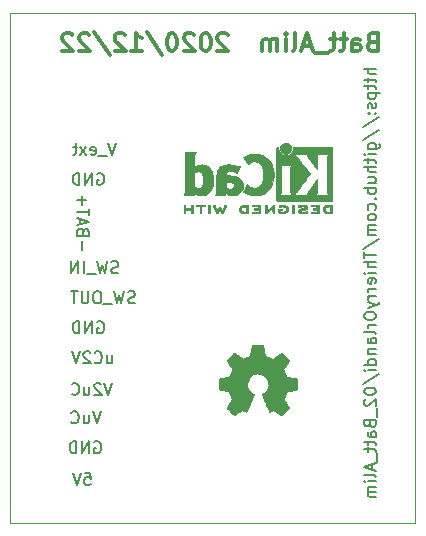
<source format=gbr>
%TF.GenerationSoftware,KiCad,Pcbnew,(5.1.6)-1*%
%TF.CreationDate,2020-12-22T23:38:05+01:00*%
%TF.ProjectId,02_Batt_Alim,30325f42-6174-4745-9f41-6c696d2e6b69,rev?*%
%TF.SameCoordinates,Original*%
%TF.FileFunction,Legend,Bot*%
%TF.FilePolarity,Positive*%
%FSLAX46Y46*%
G04 Gerber Fmt 4.6, Leading zero omitted, Abs format (unit mm)*
G04 Created by KiCad (PCBNEW (5.1.6)-1) date 2020-12-22 23:38:05*
%MOMM*%
%LPD*%
G01*
G04 APERTURE LIST*
%ADD10C,0.150000*%
%TA.AperFunction,Profile*%
%ADD11C,0.050000*%
%TD*%
%ADD12C,0.300000*%
%ADD13C,0.010000*%
G04 APERTURE END LIST*
D10*
X131262380Y-59350952D02*
X130262380Y-59350952D01*
X131262380Y-59779523D02*
X130738571Y-59779523D01*
X130643333Y-59731904D01*
X130595714Y-59636666D01*
X130595714Y-59493809D01*
X130643333Y-59398571D01*
X130690952Y-59350952D01*
X130595714Y-60112857D02*
X130595714Y-60493809D01*
X130262380Y-60255714D02*
X131119523Y-60255714D01*
X131214761Y-60303333D01*
X131262380Y-60398571D01*
X131262380Y-60493809D01*
X130595714Y-60684285D02*
X130595714Y-61065238D01*
X130262380Y-60827142D02*
X131119523Y-60827142D01*
X131214761Y-60874761D01*
X131262380Y-60970000D01*
X131262380Y-61065238D01*
X130595714Y-61398571D02*
X131595714Y-61398571D01*
X130643333Y-61398571D02*
X130595714Y-61493809D01*
X130595714Y-61684285D01*
X130643333Y-61779523D01*
X130690952Y-61827142D01*
X130786190Y-61874761D01*
X131071904Y-61874761D01*
X131167142Y-61827142D01*
X131214761Y-61779523D01*
X131262380Y-61684285D01*
X131262380Y-61493809D01*
X131214761Y-61398571D01*
X131214761Y-62255714D02*
X131262380Y-62350952D01*
X131262380Y-62541428D01*
X131214761Y-62636666D01*
X131119523Y-62684285D01*
X131071904Y-62684285D01*
X130976666Y-62636666D01*
X130929047Y-62541428D01*
X130929047Y-62398571D01*
X130881428Y-62303333D01*
X130786190Y-62255714D01*
X130738571Y-62255714D01*
X130643333Y-62303333D01*
X130595714Y-62398571D01*
X130595714Y-62541428D01*
X130643333Y-62636666D01*
X131167142Y-63112857D02*
X131214761Y-63160476D01*
X131262380Y-63112857D01*
X131214761Y-63065238D01*
X131167142Y-63112857D01*
X131262380Y-63112857D01*
X130643333Y-63112857D02*
X130690952Y-63160476D01*
X130738571Y-63112857D01*
X130690952Y-63065238D01*
X130643333Y-63112857D01*
X130738571Y-63112857D01*
X130214761Y-64303333D02*
X131500476Y-63446190D01*
X130214761Y-65350952D02*
X131500476Y-64493809D01*
X130595714Y-66112857D02*
X131405238Y-66112857D01*
X131500476Y-66065238D01*
X131548095Y-66017619D01*
X131595714Y-65922380D01*
X131595714Y-65779523D01*
X131548095Y-65684285D01*
X131214761Y-66112857D02*
X131262380Y-66017619D01*
X131262380Y-65827142D01*
X131214761Y-65731904D01*
X131167142Y-65684285D01*
X131071904Y-65636666D01*
X130786190Y-65636666D01*
X130690952Y-65684285D01*
X130643333Y-65731904D01*
X130595714Y-65827142D01*
X130595714Y-66017619D01*
X130643333Y-66112857D01*
X131262380Y-66589047D02*
X130595714Y-66589047D01*
X130262380Y-66589047D02*
X130310000Y-66541428D01*
X130357619Y-66589047D01*
X130310000Y-66636666D01*
X130262380Y-66589047D01*
X130357619Y-66589047D01*
X130595714Y-66922380D02*
X130595714Y-67303333D01*
X130262380Y-67065238D02*
X131119523Y-67065238D01*
X131214761Y-67112857D01*
X131262380Y-67208095D01*
X131262380Y-67303333D01*
X131262380Y-67636666D02*
X130262380Y-67636666D01*
X131262380Y-68065238D02*
X130738571Y-68065238D01*
X130643333Y-68017619D01*
X130595714Y-67922380D01*
X130595714Y-67779523D01*
X130643333Y-67684285D01*
X130690952Y-67636666D01*
X130595714Y-68970000D02*
X131262380Y-68970000D01*
X130595714Y-68541428D02*
X131119523Y-68541428D01*
X131214761Y-68589047D01*
X131262380Y-68684285D01*
X131262380Y-68827142D01*
X131214761Y-68922380D01*
X131167142Y-68970000D01*
X131262380Y-69446190D02*
X130262380Y-69446190D01*
X130643333Y-69446190D02*
X130595714Y-69541428D01*
X130595714Y-69731904D01*
X130643333Y-69827142D01*
X130690952Y-69874761D01*
X130786190Y-69922380D01*
X131071904Y-69922380D01*
X131167142Y-69874761D01*
X131214761Y-69827142D01*
X131262380Y-69731904D01*
X131262380Y-69541428D01*
X131214761Y-69446190D01*
X131167142Y-70350952D02*
X131214761Y-70398571D01*
X131262380Y-70350952D01*
X131214761Y-70303333D01*
X131167142Y-70350952D01*
X131262380Y-70350952D01*
X131214761Y-71255714D02*
X131262380Y-71160476D01*
X131262380Y-70970000D01*
X131214761Y-70874761D01*
X131167142Y-70827142D01*
X131071904Y-70779523D01*
X130786190Y-70779523D01*
X130690952Y-70827142D01*
X130643333Y-70874761D01*
X130595714Y-70970000D01*
X130595714Y-71160476D01*
X130643333Y-71255714D01*
X131262380Y-71827142D02*
X131214761Y-71731904D01*
X131167142Y-71684285D01*
X131071904Y-71636666D01*
X130786190Y-71636666D01*
X130690952Y-71684285D01*
X130643333Y-71731904D01*
X130595714Y-71827142D01*
X130595714Y-71970000D01*
X130643333Y-72065238D01*
X130690952Y-72112857D01*
X130786190Y-72160476D01*
X131071904Y-72160476D01*
X131167142Y-72112857D01*
X131214761Y-72065238D01*
X131262380Y-71970000D01*
X131262380Y-71827142D01*
X131262380Y-72589047D02*
X130595714Y-72589047D01*
X130690952Y-72589047D02*
X130643333Y-72636666D01*
X130595714Y-72731904D01*
X130595714Y-72874761D01*
X130643333Y-72970000D01*
X130738571Y-73017619D01*
X131262380Y-73017619D01*
X130738571Y-73017619D02*
X130643333Y-73065238D01*
X130595714Y-73160476D01*
X130595714Y-73303333D01*
X130643333Y-73398571D01*
X130738571Y-73446190D01*
X131262380Y-73446190D01*
X130214761Y-74636666D02*
X131500476Y-73779523D01*
X130262380Y-74827142D02*
X130262380Y-75398571D01*
X131262380Y-75112857D02*
X130262380Y-75112857D01*
X131262380Y-75731904D02*
X130262380Y-75731904D01*
X131262380Y-76160476D02*
X130738571Y-76160476D01*
X130643333Y-76112857D01*
X130595714Y-76017619D01*
X130595714Y-75874761D01*
X130643333Y-75779523D01*
X130690952Y-75731904D01*
X131262380Y-76636666D02*
X130595714Y-76636666D01*
X130262380Y-76636666D02*
X130310000Y-76589047D01*
X130357619Y-76636666D01*
X130310000Y-76684285D01*
X130262380Y-76636666D01*
X130357619Y-76636666D01*
X131214761Y-77493809D02*
X131262380Y-77398571D01*
X131262380Y-77208095D01*
X131214761Y-77112857D01*
X131119523Y-77065238D01*
X130738571Y-77065238D01*
X130643333Y-77112857D01*
X130595714Y-77208095D01*
X130595714Y-77398571D01*
X130643333Y-77493809D01*
X130738571Y-77541428D01*
X130833809Y-77541428D01*
X130929047Y-77065238D01*
X131262380Y-77970000D02*
X130595714Y-77970000D01*
X130786190Y-77970000D02*
X130690952Y-78017619D01*
X130643333Y-78065238D01*
X130595714Y-78160476D01*
X130595714Y-78255714D01*
X131262380Y-78589047D02*
X130595714Y-78589047D01*
X130786190Y-78589047D02*
X130690952Y-78636666D01*
X130643333Y-78684285D01*
X130595714Y-78779523D01*
X130595714Y-78874761D01*
X130595714Y-79112857D02*
X131262380Y-79350952D01*
X130595714Y-79589047D02*
X131262380Y-79350952D01*
X131500476Y-79255714D01*
X131548095Y-79208095D01*
X131595714Y-79112857D01*
X130262380Y-80160476D02*
X130262380Y-80350952D01*
X130310000Y-80446190D01*
X130405238Y-80541428D01*
X130595714Y-80589047D01*
X130929047Y-80589047D01*
X131119523Y-80541428D01*
X131214761Y-80446190D01*
X131262380Y-80350952D01*
X131262380Y-80160476D01*
X131214761Y-80065238D01*
X131119523Y-79970000D01*
X130929047Y-79922380D01*
X130595714Y-79922380D01*
X130405238Y-79970000D01*
X130310000Y-80065238D01*
X130262380Y-80160476D01*
X131262380Y-81017619D02*
X130595714Y-81017619D01*
X130786190Y-81017619D02*
X130690952Y-81065238D01*
X130643333Y-81112857D01*
X130595714Y-81208095D01*
X130595714Y-81303333D01*
X131262380Y-81779523D02*
X131214761Y-81684285D01*
X131119523Y-81636666D01*
X130262380Y-81636666D01*
X131262380Y-82589047D02*
X130738571Y-82589047D01*
X130643333Y-82541428D01*
X130595714Y-82446190D01*
X130595714Y-82255714D01*
X130643333Y-82160476D01*
X131214761Y-82589047D02*
X131262380Y-82493809D01*
X131262380Y-82255714D01*
X131214761Y-82160476D01*
X131119523Y-82112857D01*
X131024285Y-82112857D01*
X130929047Y-82160476D01*
X130881428Y-82255714D01*
X130881428Y-82493809D01*
X130833809Y-82589047D01*
X130595714Y-83065238D02*
X131262380Y-83065238D01*
X130690952Y-83065238D02*
X130643333Y-83112857D01*
X130595714Y-83208095D01*
X130595714Y-83350952D01*
X130643333Y-83446190D01*
X130738571Y-83493809D01*
X131262380Y-83493809D01*
X131262380Y-84398571D02*
X130262380Y-84398571D01*
X131214761Y-84398571D02*
X131262380Y-84303333D01*
X131262380Y-84112857D01*
X131214761Y-84017619D01*
X131167142Y-83970000D01*
X131071904Y-83922380D01*
X130786190Y-83922380D01*
X130690952Y-83970000D01*
X130643333Y-84017619D01*
X130595714Y-84112857D01*
X130595714Y-84303333D01*
X130643333Y-84398571D01*
X131262380Y-84874761D02*
X130595714Y-84874761D01*
X130262380Y-84874761D02*
X130310000Y-84827142D01*
X130357619Y-84874761D01*
X130310000Y-84922380D01*
X130262380Y-84874761D01*
X130357619Y-84874761D01*
X130214761Y-86065238D02*
X131500476Y-85208095D01*
X130262380Y-86589047D02*
X130262380Y-86684285D01*
X130310000Y-86779523D01*
X130357619Y-86827142D01*
X130452857Y-86874761D01*
X130643333Y-86922380D01*
X130881428Y-86922380D01*
X131071904Y-86874761D01*
X131167142Y-86827142D01*
X131214761Y-86779523D01*
X131262380Y-86684285D01*
X131262380Y-86589047D01*
X131214761Y-86493809D01*
X131167142Y-86446190D01*
X131071904Y-86398571D01*
X130881428Y-86350952D01*
X130643333Y-86350952D01*
X130452857Y-86398571D01*
X130357619Y-86446190D01*
X130310000Y-86493809D01*
X130262380Y-86589047D01*
X130357619Y-87303333D02*
X130310000Y-87350952D01*
X130262380Y-87446190D01*
X130262380Y-87684285D01*
X130310000Y-87779523D01*
X130357619Y-87827142D01*
X130452857Y-87874761D01*
X130548095Y-87874761D01*
X130690952Y-87827142D01*
X131262380Y-87255714D01*
X131262380Y-87874761D01*
X131357619Y-88065238D02*
X131357619Y-88827142D01*
X130738571Y-89398571D02*
X130786190Y-89541428D01*
X130833809Y-89589047D01*
X130929047Y-89636666D01*
X131071904Y-89636666D01*
X131167142Y-89589047D01*
X131214761Y-89541428D01*
X131262380Y-89446190D01*
X131262380Y-89065238D01*
X130262380Y-89065238D01*
X130262380Y-89398571D01*
X130310000Y-89493809D01*
X130357619Y-89541428D01*
X130452857Y-89589047D01*
X130548095Y-89589047D01*
X130643333Y-89541428D01*
X130690952Y-89493809D01*
X130738571Y-89398571D01*
X130738571Y-89065238D01*
X131262380Y-90493809D02*
X130738571Y-90493809D01*
X130643333Y-90446190D01*
X130595714Y-90350952D01*
X130595714Y-90160476D01*
X130643333Y-90065238D01*
X131214761Y-90493809D02*
X131262380Y-90398571D01*
X131262380Y-90160476D01*
X131214761Y-90065238D01*
X131119523Y-90017619D01*
X131024285Y-90017619D01*
X130929047Y-90065238D01*
X130881428Y-90160476D01*
X130881428Y-90398571D01*
X130833809Y-90493809D01*
X130595714Y-90827142D02*
X130595714Y-91208095D01*
X130262380Y-90970000D02*
X131119523Y-90970000D01*
X131214761Y-91017619D01*
X131262380Y-91112857D01*
X131262380Y-91208095D01*
X130595714Y-91398571D02*
X130595714Y-91779523D01*
X130262380Y-91541428D02*
X131119523Y-91541428D01*
X131214761Y-91589047D01*
X131262380Y-91684285D01*
X131262380Y-91779523D01*
X131357619Y-91874761D02*
X131357619Y-92636666D01*
X130976666Y-92827142D02*
X130976666Y-93303333D01*
X131262380Y-92731904D02*
X130262380Y-93065238D01*
X131262380Y-93398571D01*
X131262380Y-93874761D02*
X131214761Y-93779523D01*
X131119523Y-93731904D01*
X130262380Y-93731904D01*
X131262380Y-94255714D02*
X130595714Y-94255714D01*
X130262380Y-94255714D02*
X130310000Y-94208095D01*
X130357619Y-94255714D01*
X130310000Y-94303333D01*
X130262380Y-94255714D01*
X130357619Y-94255714D01*
X131262380Y-94731904D02*
X130595714Y-94731904D01*
X130690952Y-94731904D02*
X130643333Y-94779523D01*
X130595714Y-94874761D01*
X130595714Y-95017619D01*
X130643333Y-95112857D01*
X130738571Y-95160476D01*
X131262380Y-95160476D01*
X130738571Y-95160476D02*
X130643333Y-95208095D01*
X130595714Y-95303333D01*
X130595714Y-95446190D01*
X130643333Y-95541428D01*
X130738571Y-95589047D01*
X131262380Y-95589047D01*
D11*
X134620000Y-97790000D02*
X100330000Y-97790000D01*
X134620000Y-54610000D02*
X134620000Y-97790000D01*
X100330000Y-54610000D02*
X134620000Y-54610000D01*
X100330000Y-97790000D02*
X100330000Y-54610000D01*
D10*
X108949904Y-85939380D02*
X108616571Y-86939380D01*
X108283238Y-85939380D01*
X107997523Y-86034619D02*
X107949904Y-85987000D01*
X107854666Y-85939380D01*
X107616571Y-85939380D01*
X107521333Y-85987000D01*
X107473714Y-86034619D01*
X107426095Y-86129857D01*
X107426095Y-86225095D01*
X107473714Y-86367952D01*
X108045142Y-86939380D01*
X107426095Y-86939380D01*
X106568952Y-86272714D02*
X106568952Y-86939380D01*
X106997523Y-86272714D02*
X106997523Y-86796523D01*
X106949904Y-86891761D01*
X106854666Y-86939380D01*
X106711809Y-86939380D01*
X106616571Y-86891761D01*
X106568952Y-86844142D01*
X105521333Y-86844142D02*
X105568952Y-86891761D01*
X105711809Y-86939380D01*
X105807047Y-86939380D01*
X105949904Y-86891761D01*
X106045142Y-86796523D01*
X106092761Y-86701285D01*
X106140380Y-86510809D01*
X106140380Y-86367952D01*
X106092761Y-86177476D01*
X106045142Y-86082238D01*
X105949904Y-85987000D01*
X105807047Y-85939380D01*
X105711809Y-85939380D01*
X105568952Y-85987000D01*
X105521333Y-86034619D01*
X108505476Y-83605714D02*
X108505476Y-84272380D01*
X108934047Y-83605714D02*
X108934047Y-84129523D01*
X108886428Y-84224761D01*
X108791190Y-84272380D01*
X108648333Y-84272380D01*
X108553095Y-84224761D01*
X108505476Y-84177142D01*
X107457857Y-84177142D02*
X107505476Y-84224761D01*
X107648333Y-84272380D01*
X107743571Y-84272380D01*
X107886428Y-84224761D01*
X107981666Y-84129523D01*
X108029285Y-84034285D01*
X108076904Y-83843809D01*
X108076904Y-83700952D01*
X108029285Y-83510476D01*
X107981666Y-83415238D01*
X107886428Y-83320000D01*
X107743571Y-83272380D01*
X107648333Y-83272380D01*
X107505476Y-83320000D01*
X107457857Y-83367619D01*
X107076904Y-83367619D02*
X107029285Y-83320000D01*
X106934047Y-83272380D01*
X106695952Y-83272380D01*
X106600714Y-83320000D01*
X106553095Y-83367619D01*
X106505476Y-83462857D01*
X106505476Y-83558095D01*
X106553095Y-83700952D01*
X107124523Y-84272380D01*
X106505476Y-84272380D01*
X106219761Y-83272380D02*
X105886428Y-84272380D01*
X105553095Y-83272380D01*
X107695904Y-80780000D02*
X107791142Y-80732380D01*
X107934000Y-80732380D01*
X108076857Y-80780000D01*
X108172095Y-80875238D01*
X108219714Y-80970476D01*
X108267333Y-81160952D01*
X108267333Y-81303809D01*
X108219714Y-81494285D01*
X108172095Y-81589523D01*
X108076857Y-81684761D01*
X107934000Y-81732380D01*
X107838761Y-81732380D01*
X107695904Y-81684761D01*
X107648285Y-81637142D01*
X107648285Y-81303809D01*
X107838761Y-81303809D01*
X107219714Y-81732380D02*
X107219714Y-80732380D01*
X106648285Y-81732380D01*
X106648285Y-80732380D01*
X106172095Y-81732380D02*
X106172095Y-80732380D01*
X105934000Y-80732380D01*
X105791142Y-80780000D01*
X105695904Y-80875238D01*
X105648285Y-80970476D01*
X105600666Y-81160952D01*
X105600666Y-81303809D01*
X105648285Y-81494285D01*
X105695904Y-81589523D01*
X105791142Y-81684761D01*
X105934000Y-81732380D01*
X106172095Y-81732380D01*
X107965714Y-88352380D02*
X107632380Y-89352380D01*
X107299047Y-88352380D01*
X106537142Y-88685714D02*
X106537142Y-89352380D01*
X106965714Y-88685714D02*
X106965714Y-89209523D01*
X106918095Y-89304761D01*
X106822857Y-89352380D01*
X106680000Y-89352380D01*
X106584761Y-89304761D01*
X106537142Y-89257142D01*
X105489523Y-89257142D02*
X105537142Y-89304761D01*
X105680000Y-89352380D01*
X105775238Y-89352380D01*
X105918095Y-89304761D01*
X106013333Y-89209523D01*
X106060952Y-89114285D01*
X106108571Y-88923809D01*
X106108571Y-88780952D01*
X106060952Y-88590476D01*
X106013333Y-88495238D01*
X105918095Y-88400000D01*
X105775238Y-88352380D01*
X105680000Y-88352380D01*
X105537142Y-88400000D01*
X105489523Y-88447619D01*
X107441904Y-90940000D02*
X107537142Y-90892380D01*
X107680000Y-90892380D01*
X107822857Y-90940000D01*
X107918095Y-91035238D01*
X107965714Y-91130476D01*
X108013333Y-91320952D01*
X108013333Y-91463809D01*
X107965714Y-91654285D01*
X107918095Y-91749523D01*
X107822857Y-91844761D01*
X107680000Y-91892380D01*
X107584761Y-91892380D01*
X107441904Y-91844761D01*
X107394285Y-91797142D01*
X107394285Y-91463809D01*
X107584761Y-91463809D01*
X106965714Y-91892380D02*
X106965714Y-90892380D01*
X106394285Y-91892380D01*
X106394285Y-90892380D01*
X105918095Y-91892380D02*
X105918095Y-90892380D01*
X105680000Y-90892380D01*
X105537142Y-90940000D01*
X105441904Y-91035238D01*
X105394285Y-91130476D01*
X105346666Y-91320952D01*
X105346666Y-91463809D01*
X105394285Y-91654285D01*
X105441904Y-91749523D01*
X105537142Y-91844761D01*
X105680000Y-91892380D01*
X105918095Y-91892380D01*
X106616476Y-93559380D02*
X107092666Y-93559380D01*
X107140285Y-94035571D01*
X107092666Y-93987952D01*
X106997428Y-93940333D01*
X106759333Y-93940333D01*
X106664095Y-93987952D01*
X106616476Y-94035571D01*
X106568857Y-94130809D01*
X106568857Y-94368904D01*
X106616476Y-94464142D01*
X106664095Y-94511761D01*
X106759333Y-94559380D01*
X106997428Y-94559380D01*
X107092666Y-94511761D01*
X107140285Y-94464142D01*
X106283142Y-93559380D02*
X105949809Y-94559380D01*
X105616476Y-93559380D01*
X110870666Y-79144761D02*
X110727809Y-79192380D01*
X110489714Y-79192380D01*
X110394476Y-79144761D01*
X110346857Y-79097142D01*
X110299238Y-79001904D01*
X110299238Y-78906666D01*
X110346857Y-78811428D01*
X110394476Y-78763809D01*
X110489714Y-78716190D01*
X110680190Y-78668571D01*
X110775428Y-78620952D01*
X110823047Y-78573333D01*
X110870666Y-78478095D01*
X110870666Y-78382857D01*
X110823047Y-78287619D01*
X110775428Y-78240000D01*
X110680190Y-78192380D01*
X110442095Y-78192380D01*
X110299238Y-78240000D01*
X109965904Y-78192380D02*
X109727809Y-79192380D01*
X109537333Y-78478095D01*
X109346857Y-79192380D01*
X109108761Y-78192380D01*
X108965904Y-79287619D02*
X108204000Y-79287619D01*
X107775428Y-78192380D02*
X107584952Y-78192380D01*
X107489714Y-78240000D01*
X107394476Y-78335238D01*
X107346857Y-78525714D01*
X107346857Y-78859047D01*
X107394476Y-79049523D01*
X107489714Y-79144761D01*
X107584952Y-79192380D01*
X107775428Y-79192380D01*
X107870666Y-79144761D01*
X107965904Y-79049523D01*
X108013523Y-78859047D01*
X108013523Y-78525714D01*
X107965904Y-78335238D01*
X107870666Y-78240000D01*
X107775428Y-78192380D01*
X106918285Y-78192380D02*
X106918285Y-79001904D01*
X106870666Y-79097142D01*
X106823047Y-79144761D01*
X106727809Y-79192380D01*
X106537333Y-79192380D01*
X106442095Y-79144761D01*
X106394476Y-79097142D01*
X106346857Y-79001904D01*
X106346857Y-78192380D01*
X106013523Y-78192380D02*
X105442095Y-78192380D01*
X105727809Y-79192380D02*
X105727809Y-78192380D01*
X109442000Y-76604761D02*
X109299142Y-76652380D01*
X109061047Y-76652380D01*
X108965809Y-76604761D01*
X108918190Y-76557142D01*
X108870571Y-76461904D01*
X108870571Y-76366666D01*
X108918190Y-76271428D01*
X108965809Y-76223809D01*
X109061047Y-76176190D01*
X109251523Y-76128571D01*
X109346761Y-76080952D01*
X109394380Y-76033333D01*
X109442000Y-75938095D01*
X109442000Y-75842857D01*
X109394380Y-75747619D01*
X109346761Y-75700000D01*
X109251523Y-75652380D01*
X109013428Y-75652380D01*
X108870571Y-75700000D01*
X108537238Y-75652380D02*
X108299142Y-76652380D01*
X108108666Y-75938095D01*
X107918190Y-76652380D01*
X107680095Y-75652380D01*
X107537238Y-76747619D02*
X106775333Y-76747619D01*
X106537238Y-76652380D02*
X106537238Y-75652380D01*
X106061047Y-76652380D02*
X106061047Y-75652380D01*
X105489619Y-76652380D01*
X105489619Y-75652380D01*
X106354571Y-74699523D02*
X106354571Y-73937619D01*
X106497428Y-73128095D02*
X106449809Y-72985238D01*
X106402190Y-72937619D01*
X106306952Y-72890000D01*
X106164095Y-72890000D01*
X106068857Y-72937619D01*
X106021238Y-72985238D01*
X105973619Y-73080476D01*
X105973619Y-73461428D01*
X106973619Y-73461428D01*
X106973619Y-73128095D01*
X106926000Y-73032857D01*
X106878380Y-72985238D01*
X106783142Y-72937619D01*
X106687904Y-72937619D01*
X106592666Y-72985238D01*
X106545047Y-73032857D01*
X106497428Y-73128095D01*
X106497428Y-73461428D01*
X106259333Y-72509047D02*
X106259333Y-72032857D01*
X105973619Y-72604285D02*
X106973619Y-72270952D01*
X105973619Y-71937619D01*
X106973619Y-71747142D02*
X106973619Y-71175714D01*
X105973619Y-71461428D02*
X106973619Y-71461428D01*
X106354571Y-70842380D02*
X106354571Y-70080476D01*
X105973619Y-70461428D02*
X106735523Y-70461428D01*
X107695904Y-68207000D02*
X107791142Y-68159380D01*
X107934000Y-68159380D01*
X108076857Y-68207000D01*
X108172095Y-68302238D01*
X108219714Y-68397476D01*
X108267333Y-68587952D01*
X108267333Y-68730809D01*
X108219714Y-68921285D01*
X108172095Y-69016523D01*
X108076857Y-69111761D01*
X107934000Y-69159380D01*
X107838761Y-69159380D01*
X107695904Y-69111761D01*
X107648285Y-69064142D01*
X107648285Y-68730809D01*
X107838761Y-68730809D01*
X107219714Y-69159380D02*
X107219714Y-68159380D01*
X106648285Y-69159380D01*
X106648285Y-68159380D01*
X106172095Y-69159380D02*
X106172095Y-68159380D01*
X105934000Y-68159380D01*
X105791142Y-68207000D01*
X105695904Y-68302238D01*
X105648285Y-68397476D01*
X105600666Y-68587952D01*
X105600666Y-68730809D01*
X105648285Y-68921285D01*
X105695904Y-69016523D01*
X105791142Y-69111761D01*
X105934000Y-69159380D01*
X106172095Y-69159380D01*
X109275333Y-65619380D02*
X108942000Y-66619380D01*
X108608666Y-65619380D01*
X108513428Y-66714619D02*
X107751523Y-66714619D01*
X107132476Y-66571761D02*
X107227714Y-66619380D01*
X107418190Y-66619380D01*
X107513428Y-66571761D01*
X107561047Y-66476523D01*
X107561047Y-66095571D01*
X107513428Y-66000333D01*
X107418190Y-65952714D01*
X107227714Y-65952714D01*
X107132476Y-66000333D01*
X107084857Y-66095571D01*
X107084857Y-66190809D01*
X107561047Y-66286047D01*
X106751523Y-66619380D02*
X106227714Y-65952714D01*
X106751523Y-65952714D02*
X106227714Y-66619380D01*
X105989619Y-65952714D02*
X105608666Y-65952714D01*
X105846761Y-65619380D02*
X105846761Y-66476523D01*
X105799142Y-66571761D01*
X105703904Y-66619380D01*
X105608666Y-66619380D01*
D12*
X130931428Y-57042857D02*
X130717142Y-57114285D01*
X130645714Y-57185714D01*
X130574285Y-57328571D01*
X130574285Y-57542857D01*
X130645714Y-57685714D01*
X130717142Y-57757142D01*
X130860000Y-57828571D01*
X131431428Y-57828571D01*
X131431428Y-56328571D01*
X130931428Y-56328571D01*
X130788571Y-56400000D01*
X130717142Y-56471428D01*
X130645714Y-56614285D01*
X130645714Y-56757142D01*
X130717142Y-56900000D01*
X130788571Y-56971428D01*
X130931428Y-57042857D01*
X131431428Y-57042857D01*
X129288571Y-57828571D02*
X129288571Y-57042857D01*
X129360000Y-56900000D01*
X129502857Y-56828571D01*
X129788571Y-56828571D01*
X129931428Y-56900000D01*
X129288571Y-57757142D02*
X129431428Y-57828571D01*
X129788571Y-57828571D01*
X129931428Y-57757142D01*
X130002857Y-57614285D01*
X130002857Y-57471428D01*
X129931428Y-57328571D01*
X129788571Y-57257142D01*
X129431428Y-57257142D01*
X129288571Y-57185714D01*
X128788571Y-56828571D02*
X128217142Y-56828571D01*
X128574285Y-56328571D02*
X128574285Y-57614285D01*
X128502857Y-57757142D01*
X128360000Y-57828571D01*
X128217142Y-57828571D01*
X127931428Y-56828571D02*
X127360000Y-56828571D01*
X127717142Y-56328571D02*
X127717142Y-57614285D01*
X127645714Y-57757142D01*
X127502857Y-57828571D01*
X127360000Y-57828571D01*
X127217142Y-57971428D02*
X126074285Y-57971428D01*
X125788571Y-57400000D02*
X125074285Y-57400000D01*
X125931428Y-57828571D02*
X125431428Y-56328571D01*
X124931428Y-57828571D01*
X124217142Y-57828571D02*
X124359999Y-57757142D01*
X124431428Y-57614285D01*
X124431428Y-56328571D01*
X123645714Y-57828571D02*
X123645714Y-56828571D01*
X123645714Y-56328571D02*
X123717142Y-56400000D01*
X123645714Y-56471428D01*
X123574285Y-56400000D01*
X123645714Y-56328571D01*
X123645714Y-56471428D01*
X122931428Y-57828571D02*
X122931428Y-56828571D01*
X122931428Y-56971428D02*
X122859999Y-56900000D01*
X122717142Y-56828571D01*
X122502857Y-56828571D01*
X122359999Y-56900000D01*
X122288571Y-57042857D01*
X122288571Y-57828571D01*
X122288571Y-57042857D02*
X122217142Y-56900000D01*
X122074285Y-56828571D01*
X121859999Y-56828571D01*
X121717142Y-56900000D01*
X121645714Y-57042857D01*
X121645714Y-57828571D01*
X118717142Y-56471428D02*
X118645714Y-56400000D01*
X118502857Y-56328571D01*
X118145714Y-56328571D01*
X118002857Y-56400000D01*
X117931428Y-56471428D01*
X117860000Y-56614285D01*
X117860000Y-56757142D01*
X117931428Y-56971428D01*
X118788571Y-57828571D01*
X117860000Y-57828571D01*
X116931428Y-56328571D02*
X116788571Y-56328571D01*
X116645714Y-56400000D01*
X116574285Y-56471428D01*
X116502857Y-56614285D01*
X116431428Y-56900000D01*
X116431428Y-57257142D01*
X116502857Y-57542857D01*
X116574285Y-57685714D01*
X116645714Y-57757142D01*
X116788571Y-57828571D01*
X116931428Y-57828571D01*
X117074285Y-57757142D01*
X117145714Y-57685714D01*
X117217142Y-57542857D01*
X117288571Y-57257142D01*
X117288571Y-56900000D01*
X117217142Y-56614285D01*
X117145714Y-56471428D01*
X117074285Y-56400000D01*
X116931428Y-56328571D01*
X115859999Y-56471428D02*
X115788571Y-56400000D01*
X115645714Y-56328571D01*
X115288571Y-56328571D01*
X115145714Y-56400000D01*
X115074285Y-56471428D01*
X115002857Y-56614285D01*
X115002857Y-56757142D01*
X115074285Y-56971428D01*
X115931428Y-57828571D01*
X115002857Y-57828571D01*
X114074285Y-56328571D02*
X113931428Y-56328571D01*
X113788571Y-56400000D01*
X113717142Y-56471428D01*
X113645714Y-56614285D01*
X113574285Y-56900000D01*
X113574285Y-57257142D01*
X113645714Y-57542857D01*
X113717142Y-57685714D01*
X113788571Y-57757142D01*
X113931428Y-57828571D01*
X114074285Y-57828571D01*
X114217142Y-57757142D01*
X114288571Y-57685714D01*
X114359999Y-57542857D01*
X114431428Y-57257142D01*
X114431428Y-56900000D01*
X114359999Y-56614285D01*
X114288571Y-56471428D01*
X114217142Y-56400000D01*
X114074285Y-56328571D01*
X111859999Y-56257142D02*
X113145714Y-58185714D01*
X110574285Y-57828571D02*
X111431428Y-57828571D01*
X111002857Y-57828571D02*
X111002857Y-56328571D01*
X111145714Y-56542857D01*
X111288571Y-56685714D01*
X111431428Y-56757142D01*
X110002857Y-56471428D02*
X109931428Y-56400000D01*
X109788571Y-56328571D01*
X109431428Y-56328571D01*
X109288571Y-56400000D01*
X109217142Y-56471428D01*
X109145714Y-56614285D01*
X109145714Y-56757142D01*
X109217142Y-56971428D01*
X110074285Y-57828571D01*
X109145714Y-57828571D01*
X107431428Y-56257142D02*
X108717142Y-58185714D01*
X107002857Y-56471428D02*
X106931428Y-56400000D01*
X106788571Y-56328571D01*
X106431428Y-56328571D01*
X106288571Y-56400000D01*
X106217142Y-56471428D01*
X106145714Y-56614285D01*
X106145714Y-56757142D01*
X106217142Y-56971428D01*
X107074285Y-57828571D01*
X106145714Y-57828571D01*
X105574285Y-56471428D02*
X105502857Y-56400000D01*
X105359999Y-56328571D01*
X105002857Y-56328571D01*
X104859999Y-56400000D01*
X104788571Y-56471428D01*
X104717142Y-56614285D01*
X104717142Y-56757142D01*
X104788571Y-56971428D01*
X105645714Y-57828571D01*
X104717142Y-57828571D01*
D13*
%TO.C,REF\u002A\u002A*%
G36*
X120729186Y-83193931D02*
G01*
X120645365Y-83638555D01*
X120336080Y-83766053D01*
X120026794Y-83893551D01*
X119655754Y-83641246D01*
X119551843Y-83570996D01*
X119457913Y-83508272D01*
X119378348Y-83455938D01*
X119317530Y-83416857D01*
X119279843Y-83393893D01*
X119269579Y-83388942D01*
X119251090Y-83401676D01*
X119211580Y-83436882D01*
X119155478Y-83490062D01*
X119087213Y-83556718D01*
X119011214Y-83632354D01*
X118931908Y-83712472D01*
X118853725Y-83792574D01*
X118781093Y-83868164D01*
X118718441Y-83934745D01*
X118670197Y-83987818D01*
X118640790Y-84022887D01*
X118633759Y-84034623D01*
X118643877Y-84056260D01*
X118672241Y-84103662D01*
X118715871Y-84172193D01*
X118771782Y-84257215D01*
X118836994Y-84354093D01*
X118874781Y-84409350D01*
X118943657Y-84510248D01*
X119004860Y-84601299D01*
X119055422Y-84677970D01*
X119092372Y-84735728D01*
X119112742Y-84770043D01*
X119115803Y-84777254D01*
X119108864Y-84797748D01*
X119089949Y-84845513D01*
X119061913Y-84913832D01*
X119027609Y-84995989D01*
X118989891Y-85085270D01*
X118951613Y-85174958D01*
X118915630Y-85258338D01*
X118884794Y-85328694D01*
X118861961Y-85379310D01*
X118849983Y-85403471D01*
X118849276Y-85404422D01*
X118830469Y-85409036D01*
X118780382Y-85419328D01*
X118704207Y-85434287D01*
X118607135Y-85452901D01*
X118494357Y-85474159D01*
X118428558Y-85486418D01*
X118308050Y-85509362D01*
X118199203Y-85531195D01*
X118107524Y-85550722D01*
X118038519Y-85566748D01*
X117997696Y-85578079D01*
X117989489Y-85581674D01*
X117981452Y-85606006D01*
X117974967Y-85660959D01*
X117970030Y-85740108D01*
X117966636Y-85837026D01*
X117964782Y-85945287D01*
X117964462Y-86058465D01*
X117965673Y-86170135D01*
X117968410Y-86273868D01*
X117972669Y-86363241D01*
X117978445Y-86431826D01*
X117985733Y-86473197D01*
X117990105Y-86481810D01*
X118016236Y-86492133D01*
X118071607Y-86506892D01*
X118148893Y-86524352D01*
X118240770Y-86542780D01*
X118272842Y-86548741D01*
X118427476Y-86577066D01*
X118549625Y-86599876D01*
X118643327Y-86618080D01*
X118712616Y-86632583D01*
X118761529Y-86644292D01*
X118794103Y-86654115D01*
X118814372Y-86662956D01*
X118826374Y-86671724D01*
X118828053Y-86673457D01*
X118844816Y-86701371D01*
X118870386Y-86755695D01*
X118902212Y-86829777D01*
X118937740Y-86916965D01*
X118974417Y-87010608D01*
X119009689Y-87104052D01*
X119041004Y-87190647D01*
X119065807Y-87263740D01*
X119081546Y-87316678D01*
X119085668Y-87342811D01*
X119085324Y-87343726D01*
X119071359Y-87365086D01*
X119039678Y-87412084D01*
X118993609Y-87479827D01*
X118936482Y-87563423D01*
X118871627Y-87657982D01*
X118853157Y-87684854D01*
X118787301Y-87782275D01*
X118729350Y-87871163D01*
X118682462Y-87946412D01*
X118649793Y-88002920D01*
X118634500Y-88035581D01*
X118633759Y-88039593D01*
X118646608Y-88060684D01*
X118682112Y-88102464D01*
X118735707Y-88160445D01*
X118802829Y-88230135D01*
X118878913Y-88307045D01*
X118959396Y-88386683D01*
X119039713Y-88464561D01*
X119115301Y-88536186D01*
X119181595Y-88597070D01*
X119234031Y-88642721D01*
X119268045Y-88668650D01*
X119277455Y-88672883D01*
X119299357Y-88662912D01*
X119344200Y-88636020D01*
X119404679Y-88596736D01*
X119451211Y-88565117D01*
X119535525Y-88507098D01*
X119635374Y-88438784D01*
X119735527Y-88370579D01*
X119789373Y-88334075D01*
X119971629Y-88210800D01*
X120124619Y-88293520D01*
X120194318Y-88329759D01*
X120253586Y-88357926D01*
X120293689Y-88373991D01*
X120303897Y-88376226D01*
X120316171Y-88359722D01*
X120340387Y-88313082D01*
X120374737Y-88240609D01*
X120417412Y-88146606D01*
X120466606Y-88035374D01*
X120520510Y-87911215D01*
X120577316Y-87778432D01*
X120635218Y-87641327D01*
X120692407Y-87504202D01*
X120747076Y-87371358D01*
X120797416Y-87247098D01*
X120841620Y-87135725D01*
X120877881Y-87041539D01*
X120904391Y-86968844D01*
X120919342Y-86921941D01*
X120921746Y-86905833D01*
X120902689Y-86885286D01*
X120860964Y-86851933D01*
X120805294Y-86812702D01*
X120800622Y-86809599D01*
X120656736Y-86694423D01*
X120540717Y-86560053D01*
X120453570Y-86410784D01*
X120396301Y-86250913D01*
X120369914Y-86084737D01*
X120375415Y-85916552D01*
X120413810Y-85750655D01*
X120486105Y-85591342D01*
X120507374Y-85556487D01*
X120618004Y-85415737D01*
X120748698Y-85302714D01*
X120894936Y-85218003D01*
X121052192Y-85162194D01*
X121215943Y-85135874D01*
X121381667Y-85139630D01*
X121544838Y-85174050D01*
X121700935Y-85239723D01*
X121845433Y-85337235D01*
X121890131Y-85376813D01*
X122003888Y-85500703D01*
X122086782Y-85631124D01*
X122143644Y-85777315D01*
X122175313Y-85922088D01*
X122183131Y-86084860D01*
X122157062Y-86248440D01*
X122099755Y-86407298D01*
X122013856Y-86555906D01*
X121902014Y-86688735D01*
X121766877Y-86800256D01*
X121749117Y-86812011D01*
X121692850Y-86850508D01*
X121650077Y-86883863D01*
X121629628Y-86905160D01*
X121629331Y-86905833D01*
X121633721Y-86928871D01*
X121651124Y-86981157D01*
X121679732Y-87058390D01*
X121717735Y-87156268D01*
X121763326Y-87270491D01*
X121814697Y-87396758D01*
X121870038Y-87530767D01*
X121927542Y-87668218D01*
X121985399Y-87804808D01*
X122041802Y-87936237D01*
X122094942Y-88058205D01*
X122143010Y-88166409D01*
X122184199Y-88256549D01*
X122216699Y-88324323D01*
X122238703Y-88365430D01*
X122247564Y-88376226D01*
X122274640Y-88367819D01*
X122325303Y-88345272D01*
X122390817Y-88312613D01*
X122426841Y-88293520D01*
X122579832Y-88210800D01*
X122762088Y-88334075D01*
X122855125Y-88397228D01*
X122956985Y-88466727D01*
X123052438Y-88532165D01*
X123100250Y-88565117D01*
X123167495Y-88610273D01*
X123224436Y-88646057D01*
X123263646Y-88667938D01*
X123276381Y-88672563D01*
X123294917Y-88660085D01*
X123335941Y-88625252D01*
X123395475Y-88571678D01*
X123469542Y-88502983D01*
X123554165Y-88422781D01*
X123607685Y-88371286D01*
X123701319Y-88279286D01*
X123782241Y-88196999D01*
X123847177Y-88127945D01*
X123892858Y-88075644D01*
X123916011Y-88043616D01*
X123918232Y-88037116D01*
X123907924Y-88012394D01*
X123879439Y-87962405D01*
X123835937Y-87892212D01*
X123780577Y-87806875D01*
X123716520Y-87711456D01*
X123698303Y-87684854D01*
X123631927Y-87588167D01*
X123572378Y-87501117D01*
X123522984Y-87428595D01*
X123487075Y-87375493D01*
X123467981Y-87346703D01*
X123466136Y-87343726D01*
X123468895Y-87320782D01*
X123483538Y-87270336D01*
X123507513Y-87199041D01*
X123538266Y-87113547D01*
X123573244Y-87020507D01*
X123609893Y-86926574D01*
X123645661Y-86838399D01*
X123677994Y-86762634D01*
X123704338Y-86705931D01*
X123722142Y-86674943D01*
X123723407Y-86673457D01*
X123734294Y-86664601D01*
X123752682Y-86655843D01*
X123782606Y-86646277D01*
X123828103Y-86634996D01*
X123893209Y-86621093D01*
X123981961Y-86603663D01*
X124098393Y-86581798D01*
X124246542Y-86554591D01*
X124278618Y-86548741D01*
X124373686Y-86530374D01*
X124456565Y-86512405D01*
X124519930Y-86496569D01*
X124556458Y-86484600D01*
X124561356Y-86481810D01*
X124569427Y-86457072D01*
X124575987Y-86401790D01*
X124581033Y-86322389D01*
X124584559Y-86225296D01*
X124586561Y-86116938D01*
X124587036Y-86003740D01*
X124585977Y-85892128D01*
X124583382Y-85788529D01*
X124579246Y-85699368D01*
X124573563Y-85631072D01*
X124566331Y-85590066D01*
X124561971Y-85581674D01*
X124537698Y-85573208D01*
X124482426Y-85559435D01*
X124401662Y-85541550D01*
X124300912Y-85520748D01*
X124185683Y-85498223D01*
X124122902Y-85486418D01*
X124003787Y-85464151D01*
X123897565Y-85443979D01*
X123809427Y-85426915D01*
X123744566Y-85413969D01*
X123708174Y-85406155D01*
X123702184Y-85404422D01*
X123692061Y-85384890D01*
X123670662Y-85337843D01*
X123640839Y-85270003D01*
X123605445Y-85188091D01*
X123567332Y-85098828D01*
X123529353Y-85008935D01*
X123494360Y-84925135D01*
X123465206Y-84854147D01*
X123444743Y-84802694D01*
X123435823Y-84777497D01*
X123435657Y-84776396D01*
X123445769Y-84756519D01*
X123474117Y-84710777D01*
X123517723Y-84643717D01*
X123573606Y-84559884D01*
X123638787Y-84463826D01*
X123676679Y-84408650D01*
X123745725Y-84307481D01*
X123807050Y-84215630D01*
X123857663Y-84137744D01*
X123894571Y-84078469D01*
X123914782Y-84042451D01*
X123917701Y-84034377D01*
X123905153Y-84015584D01*
X123870463Y-83975457D01*
X123818063Y-83918493D01*
X123752384Y-83849185D01*
X123677856Y-83772031D01*
X123598913Y-83691525D01*
X123519983Y-83612163D01*
X123445500Y-83538440D01*
X123379894Y-83474852D01*
X123327596Y-83425894D01*
X123293039Y-83396061D01*
X123281478Y-83388942D01*
X123262654Y-83398953D01*
X123217631Y-83427078D01*
X123150787Y-83470454D01*
X123066499Y-83526218D01*
X122969144Y-83591506D01*
X122895707Y-83641246D01*
X122524667Y-83893551D01*
X121906095Y-83638555D01*
X121822275Y-83193931D01*
X121738454Y-82749307D01*
X120813006Y-82749307D01*
X120729186Y-83193931D01*
G37*
X120729186Y-83193931D02*
X120645365Y-83638555D01*
X120336080Y-83766053D01*
X120026794Y-83893551D01*
X119655754Y-83641246D01*
X119551843Y-83570996D01*
X119457913Y-83508272D01*
X119378348Y-83455938D01*
X119317530Y-83416857D01*
X119279843Y-83393893D01*
X119269579Y-83388942D01*
X119251090Y-83401676D01*
X119211580Y-83436882D01*
X119155478Y-83490062D01*
X119087213Y-83556718D01*
X119011214Y-83632354D01*
X118931908Y-83712472D01*
X118853725Y-83792574D01*
X118781093Y-83868164D01*
X118718441Y-83934745D01*
X118670197Y-83987818D01*
X118640790Y-84022887D01*
X118633759Y-84034623D01*
X118643877Y-84056260D01*
X118672241Y-84103662D01*
X118715871Y-84172193D01*
X118771782Y-84257215D01*
X118836994Y-84354093D01*
X118874781Y-84409350D01*
X118943657Y-84510248D01*
X119004860Y-84601299D01*
X119055422Y-84677970D01*
X119092372Y-84735728D01*
X119112742Y-84770043D01*
X119115803Y-84777254D01*
X119108864Y-84797748D01*
X119089949Y-84845513D01*
X119061913Y-84913832D01*
X119027609Y-84995989D01*
X118989891Y-85085270D01*
X118951613Y-85174958D01*
X118915630Y-85258338D01*
X118884794Y-85328694D01*
X118861961Y-85379310D01*
X118849983Y-85403471D01*
X118849276Y-85404422D01*
X118830469Y-85409036D01*
X118780382Y-85419328D01*
X118704207Y-85434287D01*
X118607135Y-85452901D01*
X118494357Y-85474159D01*
X118428558Y-85486418D01*
X118308050Y-85509362D01*
X118199203Y-85531195D01*
X118107524Y-85550722D01*
X118038519Y-85566748D01*
X117997696Y-85578079D01*
X117989489Y-85581674D01*
X117981452Y-85606006D01*
X117974967Y-85660959D01*
X117970030Y-85740108D01*
X117966636Y-85837026D01*
X117964782Y-85945287D01*
X117964462Y-86058465D01*
X117965673Y-86170135D01*
X117968410Y-86273868D01*
X117972669Y-86363241D01*
X117978445Y-86431826D01*
X117985733Y-86473197D01*
X117990105Y-86481810D01*
X118016236Y-86492133D01*
X118071607Y-86506892D01*
X118148893Y-86524352D01*
X118240770Y-86542780D01*
X118272842Y-86548741D01*
X118427476Y-86577066D01*
X118549625Y-86599876D01*
X118643327Y-86618080D01*
X118712616Y-86632583D01*
X118761529Y-86644292D01*
X118794103Y-86654115D01*
X118814372Y-86662956D01*
X118826374Y-86671724D01*
X118828053Y-86673457D01*
X118844816Y-86701371D01*
X118870386Y-86755695D01*
X118902212Y-86829777D01*
X118937740Y-86916965D01*
X118974417Y-87010608D01*
X119009689Y-87104052D01*
X119041004Y-87190647D01*
X119065807Y-87263740D01*
X119081546Y-87316678D01*
X119085668Y-87342811D01*
X119085324Y-87343726D01*
X119071359Y-87365086D01*
X119039678Y-87412084D01*
X118993609Y-87479827D01*
X118936482Y-87563423D01*
X118871627Y-87657982D01*
X118853157Y-87684854D01*
X118787301Y-87782275D01*
X118729350Y-87871163D01*
X118682462Y-87946412D01*
X118649793Y-88002920D01*
X118634500Y-88035581D01*
X118633759Y-88039593D01*
X118646608Y-88060684D01*
X118682112Y-88102464D01*
X118735707Y-88160445D01*
X118802829Y-88230135D01*
X118878913Y-88307045D01*
X118959396Y-88386683D01*
X119039713Y-88464561D01*
X119115301Y-88536186D01*
X119181595Y-88597070D01*
X119234031Y-88642721D01*
X119268045Y-88668650D01*
X119277455Y-88672883D01*
X119299357Y-88662912D01*
X119344200Y-88636020D01*
X119404679Y-88596736D01*
X119451211Y-88565117D01*
X119535525Y-88507098D01*
X119635374Y-88438784D01*
X119735527Y-88370579D01*
X119789373Y-88334075D01*
X119971629Y-88210800D01*
X120124619Y-88293520D01*
X120194318Y-88329759D01*
X120253586Y-88357926D01*
X120293689Y-88373991D01*
X120303897Y-88376226D01*
X120316171Y-88359722D01*
X120340387Y-88313082D01*
X120374737Y-88240609D01*
X120417412Y-88146606D01*
X120466606Y-88035374D01*
X120520510Y-87911215D01*
X120577316Y-87778432D01*
X120635218Y-87641327D01*
X120692407Y-87504202D01*
X120747076Y-87371358D01*
X120797416Y-87247098D01*
X120841620Y-87135725D01*
X120877881Y-87041539D01*
X120904391Y-86968844D01*
X120919342Y-86921941D01*
X120921746Y-86905833D01*
X120902689Y-86885286D01*
X120860964Y-86851933D01*
X120805294Y-86812702D01*
X120800622Y-86809599D01*
X120656736Y-86694423D01*
X120540717Y-86560053D01*
X120453570Y-86410784D01*
X120396301Y-86250913D01*
X120369914Y-86084737D01*
X120375415Y-85916552D01*
X120413810Y-85750655D01*
X120486105Y-85591342D01*
X120507374Y-85556487D01*
X120618004Y-85415737D01*
X120748698Y-85302714D01*
X120894936Y-85218003D01*
X121052192Y-85162194D01*
X121215943Y-85135874D01*
X121381667Y-85139630D01*
X121544838Y-85174050D01*
X121700935Y-85239723D01*
X121845433Y-85337235D01*
X121890131Y-85376813D01*
X122003888Y-85500703D01*
X122086782Y-85631124D01*
X122143644Y-85777315D01*
X122175313Y-85922088D01*
X122183131Y-86084860D01*
X122157062Y-86248440D01*
X122099755Y-86407298D01*
X122013856Y-86555906D01*
X121902014Y-86688735D01*
X121766877Y-86800256D01*
X121749117Y-86812011D01*
X121692850Y-86850508D01*
X121650077Y-86883863D01*
X121629628Y-86905160D01*
X121629331Y-86905833D01*
X121633721Y-86928871D01*
X121651124Y-86981157D01*
X121679732Y-87058390D01*
X121717735Y-87156268D01*
X121763326Y-87270491D01*
X121814697Y-87396758D01*
X121870038Y-87530767D01*
X121927542Y-87668218D01*
X121985399Y-87804808D01*
X122041802Y-87936237D01*
X122094942Y-88058205D01*
X122143010Y-88166409D01*
X122184199Y-88256549D01*
X122216699Y-88324323D01*
X122238703Y-88365430D01*
X122247564Y-88376226D01*
X122274640Y-88367819D01*
X122325303Y-88345272D01*
X122390817Y-88312613D01*
X122426841Y-88293520D01*
X122579832Y-88210800D01*
X122762088Y-88334075D01*
X122855125Y-88397228D01*
X122956985Y-88466727D01*
X123052438Y-88532165D01*
X123100250Y-88565117D01*
X123167495Y-88610273D01*
X123224436Y-88646057D01*
X123263646Y-88667938D01*
X123276381Y-88672563D01*
X123294917Y-88660085D01*
X123335941Y-88625252D01*
X123395475Y-88571678D01*
X123469542Y-88502983D01*
X123554165Y-88422781D01*
X123607685Y-88371286D01*
X123701319Y-88279286D01*
X123782241Y-88196999D01*
X123847177Y-88127945D01*
X123892858Y-88075644D01*
X123916011Y-88043616D01*
X123918232Y-88037116D01*
X123907924Y-88012394D01*
X123879439Y-87962405D01*
X123835937Y-87892212D01*
X123780577Y-87806875D01*
X123716520Y-87711456D01*
X123698303Y-87684854D01*
X123631927Y-87588167D01*
X123572378Y-87501117D01*
X123522984Y-87428595D01*
X123487075Y-87375493D01*
X123467981Y-87346703D01*
X123466136Y-87343726D01*
X123468895Y-87320782D01*
X123483538Y-87270336D01*
X123507513Y-87199041D01*
X123538266Y-87113547D01*
X123573244Y-87020507D01*
X123609893Y-86926574D01*
X123645661Y-86838399D01*
X123677994Y-86762634D01*
X123704338Y-86705931D01*
X123722142Y-86674943D01*
X123723407Y-86673457D01*
X123734294Y-86664601D01*
X123752682Y-86655843D01*
X123782606Y-86646277D01*
X123828103Y-86634996D01*
X123893209Y-86621093D01*
X123981961Y-86603663D01*
X124098393Y-86581798D01*
X124246542Y-86554591D01*
X124278618Y-86548741D01*
X124373686Y-86530374D01*
X124456565Y-86512405D01*
X124519930Y-86496569D01*
X124556458Y-86484600D01*
X124561356Y-86481810D01*
X124569427Y-86457072D01*
X124575987Y-86401790D01*
X124581033Y-86322389D01*
X124584559Y-86225296D01*
X124586561Y-86116938D01*
X124587036Y-86003740D01*
X124585977Y-85892128D01*
X124583382Y-85788529D01*
X124579246Y-85699368D01*
X124573563Y-85631072D01*
X124566331Y-85590066D01*
X124561971Y-85581674D01*
X124537698Y-85573208D01*
X124482426Y-85559435D01*
X124401662Y-85541550D01*
X124300912Y-85520748D01*
X124185683Y-85498223D01*
X124122902Y-85486418D01*
X124003787Y-85464151D01*
X123897565Y-85443979D01*
X123809427Y-85426915D01*
X123744566Y-85413969D01*
X123708174Y-85406155D01*
X123702184Y-85404422D01*
X123692061Y-85384890D01*
X123670662Y-85337843D01*
X123640839Y-85270003D01*
X123605445Y-85188091D01*
X123567332Y-85098828D01*
X123529353Y-85008935D01*
X123494360Y-84925135D01*
X123465206Y-84854147D01*
X123444743Y-84802694D01*
X123435823Y-84777497D01*
X123435657Y-84776396D01*
X123445769Y-84756519D01*
X123474117Y-84710777D01*
X123517723Y-84643717D01*
X123573606Y-84559884D01*
X123638787Y-84463826D01*
X123676679Y-84408650D01*
X123745725Y-84307481D01*
X123807050Y-84215630D01*
X123857663Y-84137744D01*
X123894571Y-84078469D01*
X123914782Y-84042451D01*
X123917701Y-84034377D01*
X123905153Y-84015584D01*
X123870463Y-83975457D01*
X123818063Y-83918493D01*
X123752384Y-83849185D01*
X123677856Y-83772031D01*
X123598913Y-83691525D01*
X123519983Y-83612163D01*
X123445500Y-83538440D01*
X123379894Y-83474852D01*
X123327596Y-83425894D01*
X123293039Y-83396061D01*
X123281478Y-83388942D01*
X123262654Y-83398953D01*
X123217631Y-83427078D01*
X123150787Y-83470454D01*
X123066499Y-83526218D01*
X122969144Y-83591506D01*
X122895707Y-83641246D01*
X122524667Y-83893551D01*
X121906095Y-83638555D01*
X121822275Y-83193931D01*
X121738454Y-82749307D01*
X120813006Y-82749307D01*
X120729186Y-83193931D01*
G36*
X124231400Y-66069054D02*
G01*
X124220535Y-66182993D01*
X124188918Y-66290616D01*
X124138015Y-66389615D01*
X124069293Y-66477684D01*
X123984219Y-66552516D01*
X123887232Y-66610384D01*
X123780964Y-66650005D01*
X123673950Y-66668573D01*
X123568300Y-66667434D01*
X123466125Y-66647930D01*
X123369534Y-66611406D01*
X123280638Y-66559205D01*
X123201546Y-66492673D01*
X123134369Y-66413152D01*
X123081217Y-66321987D01*
X123044199Y-66220523D01*
X123025427Y-66110102D01*
X123023489Y-66060206D01*
X123023489Y-65972267D01*
X122971560Y-65972267D01*
X122935253Y-65975111D01*
X122908355Y-65986911D01*
X122881249Y-66010649D01*
X122842867Y-66049031D01*
X122842867Y-68240602D01*
X122842876Y-68502739D01*
X122842908Y-68743241D01*
X122842972Y-68963048D01*
X122843076Y-69163101D01*
X122843227Y-69344344D01*
X122843434Y-69507716D01*
X122843706Y-69654160D01*
X122844050Y-69784617D01*
X122844474Y-69900029D01*
X122844987Y-70001338D01*
X122845597Y-70089484D01*
X122846312Y-70165410D01*
X122847140Y-70230057D01*
X122848089Y-70284367D01*
X122849167Y-70329280D01*
X122850383Y-70365740D01*
X122851745Y-70394687D01*
X122853261Y-70417063D01*
X122854938Y-70433809D01*
X122856786Y-70445868D01*
X122858813Y-70454180D01*
X122861025Y-70459687D01*
X122862108Y-70461537D01*
X122866271Y-70468549D01*
X122869805Y-70474996D01*
X122873635Y-70480900D01*
X122878682Y-70486286D01*
X122885871Y-70491178D01*
X122896123Y-70495598D01*
X122910364Y-70499572D01*
X122929514Y-70503121D01*
X122954499Y-70506270D01*
X122986240Y-70509042D01*
X123025662Y-70511461D01*
X123073686Y-70513551D01*
X123131237Y-70515335D01*
X123199237Y-70516837D01*
X123278610Y-70518080D01*
X123370279Y-70519089D01*
X123475166Y-70519885D01*
X123594196Y-70520494D01*
X123728290Y-70520939D01*
X123878373Y-70521243D01*
X124045367Y-70521430D01*
X124230196Y-70521524D01*
X124433783Y-70521548D01*
X124657050Y-70521525D01*
X124900922Y-70521480D01*
X125166321Y-70521437D01*
X125204704Y-70521432D01*
X125471682Y-70521389D01*
X125717002Y-70521318D01*
X125941583Y-70521213D01*
X126146345Y-70521066D01*
X126332206Y-70520869D01*
X126500088Y-70520616D01*
X126650908Y-70520300D01*
X126785587Y-70519913D01*
X126905044Y-70519447D01*
X127010199Y-70518897D01*
X127101971Y-70518253D01*
X127181279Y-70517511D01*
X127249043Y-70516661D01*
X127306182Y-70515697D01*
X127353617Y-70514611D01*
X127392266Y-70513397D01*
X127423049Y-70512047D01*
X127446885Y-70510555D01*
X127464694Y-70508911D01*
X127477395Y-70507111D01*
X127485908Y-70505145D01*
X127490266Y-70503477D01*
X127498728Y-70499906D01*
X127506497Y-70497270D01*
X127513602Y-70494634D01*
X127520073Y-70491062D01*
X127525939Y-70485621D01*
X127531229Y-70477375D01*
X127535974Y-70465390D01*
X127540202Y-70448731D01*
X127543943Y-70426463D01*
X127547227Y-70397652D01*
X127550083Y-70361363D01*
X127552540Y-70316661D01*
X127554629Y-70262611D01*
X127556378Y-70198279D01*
X127557817Y-70122730D01*
X127558976Y-70035030D01*
X127559883Y-69934243D01*
X127560569Y-69819434D01*
X127561063Y-69689670D01*
X127561395Y-69544015D01*
X127561593Y-69381535D01*
X127561687Y-69201295D01*
X127561708Y-69002360D01*
X127561685Y-68783796D01*
X127561646Y-68544668D01*
X127561622Y-68284040D01*
X127561622Y-68241889D01*
X127561636Y-67978992D01*
X127561661Y-67737732D01*
X127561671Y-67517165D01*
X127561642Y-67316352D01*
X127561548Y-67134349D01*
X127561362Y-66970216D01*
X127561059Y-66823011D01*
X127560614Y-66691792D01*
X127560034Y-66581867D01*
X127257197Y-66581867D01*
X127217407Y-66639711D01*
X127206236Y-66655479D01*
X127196166Y-66669441D01*
X127187138Y-66682784D01*
X127179097Y-66696693D01*
X127171986Y-66712356D01*
X127165747Y-66730958D01*
X127160325Y-66753686D01*
X127155662Y-66781727D01*
X127151701Y-66816267D01*
X127148385Y-66858492D01*
X127145659Y-66909589D01*
X127143464Y-66970744D01*
X127141745Y-67043144D01*
X127140444Y-67127975D01*
X127139505Y-67226422D01*
X127138870Y-67339674D01*
X127138484Y-67468916D01*
X127138288Y-67615334D01*
X127138227Y-67780116D01*
X127138243Y-67964447D01*
X127138280Y-68169513D01*
X127138289Y-68292133D01*
X127138265Y-68509082D01*
X127138231Y-68704642D01*
X127138243Y-68879999D01*
X127138358Y-69036341D01*
X127138630Y-69174857D01*
X127139118Y-69296734D01*
X127139876Y-69403160D01*
X127140962Y-69495322D01*
X127142431Y-69574409D01*
X127144340Y-69641608D01*
X127146744Y-69698107D01*
X127149701Y-69745093D01*
X127153266Y-69783755D01*
X127157495Y-69815280D01*
X127162446Y-69840855D01*
X127168173Y-69861670D01*
X127174733Y-69878911D01*
X127182183Y-69893765D01*
X127190579Y-69907422D01*
X127199976Y-69921069D01*
X127210432Y-69935893D01*
X127216523Y-69944783D01*
X127255296Y-70002400D01*
X126723732Y-70002400D01*
X126600483Y-70002365D01*
X126497987Y-70002215D01*
X126414420Y-70001878D01*
X126347956Y-70001286D01*
X126296771Y-70000367D01*
X126259041Y-69999051D01*
X126232940Y-69997269D01*
X126216644Y-69994951D01*
X126208328Y-69992026D01*
X126206168Y-69988424D01*
X126208339Y-69984075D01*
X126209535Y-69982645D01*
X126234685Y-69945573D01*
X126260583Y-69892772D01*
X126284192Y-69830770D01*
X126292461Y-69804357D01*
X126297078Y-69786416D01*
X126300979Y-69765355D01*
X126304248Y-69739089D01*
X126306966Y-69705532D01*
X126309215Y-69662599D01*
X126311077Y-69608204D01*
X126312636Y-69540262D01*
X126313972Y-69456688D01*
X126315169Y-69355395D01*
X126316308Y-69234300D01*
X126316685Y-69189600D01*
X126317702Y-69064449D01*
X126318460Y-68960082D01*
X126318903Y-68874707D01*
X126318970Y-68806533D01*
X126318605Y-68753765D01*
X126317748Y-68714614D01*
X126316341Y-68687285D01*
X126314325Y-68669986D01*
X126311643Y-68660926D01*
X126308236Y-68658312D01*
X126304044Y-68660351D01*
X126299571Y-68664667D01*
X126289216Y-68677602D01*
X126267158Y-68706676D01*
X126234957Y-68749759D01*
X126194174Y-68804718D01*
X126146370Y-68869423D01*
X126093105Y-68941742D01*
X126035940Y-69019544D01*
X125976437Y-69100698D01*
X125916155Y-69183072D01*
X125856655Y-69264536D01*
X125799498Y-69342957D01*
X125746245Y-69416204D01*
X125698457Y-69482147D01*
X125657693Y-69538654D01*
X125625516Y-69583593D01*
X125603485Y-69614834D01*
X125598917Y-69621466D01*
X125575996Y-69658369D01*
X125549188Y-69706359D01*
X125523789Y-69755897D01*
X125520568Y-69762577D01*
X125498890Y-69810772D01*
X125486304Y-69848334D01*
X125480574Y-69884160D01*
X125479456Y-69926200D01*
X125480090Y-70002400D01*
X124325651Y-70002400D01*
X124416815Y-69908669D01*
X124463612Y-69858775D01*
X124513899Y-69802295D01*
X124559944Y-69748026D01*
X124580369Y-69722673D01*
X124610807Y-69683128D01*
X124650862Y-69629916D01*
X124699361Y-69564667D01*
X124755135Y-69489011D01*
X124817011Y-69404577D01*
X124883819Y-69312994D01*
X124954387Y-69215892D01*
X125027545Y-69114901D01*
X125102121Y-69011650D01*
X125176944Y-68907768D01*
X125250843Y-68804885D01*
X125322646Y-68704631D01*
X125391184Y-68608636D01*
X125455284Y-68518527D01*
X125513775Y-68435936D01*
X125565486Y-68362492D01*
X125609247Y-68299824D01*
X125643885Y-68249561D01*
X125668230Y-68213334D01*
X125681111Y-68192771D01*
X125682869Y-68188668D01*
X125674910Y-68177342D01*
X125654115Y-68150162D01*
X125621847Y-68108829D01*
X125579470Y-68055044D01*
X125528347Y-67990506D01*
X125469841Y-67916918D01*
X125405314Y-67835978D01*
X125336131Y-67749388D01*
X125263653Y-67658848D01*
X125189246Y-67566060D01*
X125129517Y-67491702D01*
X124118511Y-67491702D01*
X124112602Y-67504659D01*
X124098272Y-67526908D01*
X124097225Y-67528391D01*
X124078438Y-67558544D01*
X124058791Y-67595375D01*
X124054892Y-67603511D01*
X124051356Y-67611940D01*
X124048230Y-67622059D01*
X124045486Y-67635260D01*
X124043092Y-67652938D01*
X124041019Y-67676484D01*
X124039235Y-67707293D01*
X124037712Y-67746757D01*
X124036419Y-67796269D01*
X124035326Y-67857223D01*
X124034403Y-67931011D01*
X124033619Y-68019028D01*
X124032945Y-68122665D01*
X124032350Y-68243316D01*
X124031805Y-68382374D01*
X124031279Y-68541232D01*
X124030745Y-68720089D01*
X124030206Y-68905207D01*
X124029772Y-69069145D01*
X124029509Y-69213303D01*
X124029484Y-69339079D01*
X124029765Y-69447871D01*
X124030419Y-69541077D01*
X124031514Y-69620097D01*
X124033118Y-69686328D01*
X124035297Y-69741170D01*
X124038119Y-69786021D01*
X124041651Y-69822278D01*
X124045961Y-69851341D01*
X124051117Y-69874609D01*
X124057185Y-69893479D01*
X124064233Y-69909351D01*
X124072329Y-69923622D01*
X124081540Y-69937691D01*
X124090040Y-69950158D01*
X124107176Y-69976452D01*
X124117322Y-69994037D01*
X124118511Y-69997257D01*
X124107604Y-69998334D01*
X124076411Y-69999335D01*
X124027223Y-70000235D01*
X123962333Y-70001010D01*
X123884030Y-70001637D01*
X123794607Y-70002091D01*
X123696356Y-70002349D01*
X123627445Y-70002400D01*
X123522452Y-70002180D01*
X123425610Y-70001548D01*
X123339107Y-70000549D01*
X123265132Y-69999227D01*
X123205874Y-69997626D01*
X123163520Y-69995791D01*
X123140260Y-69993765D01*
X123136378Y-69992493D01*
X123144076Y-69977591D01*
X123152074Y-69969560D01*
X123165246Y-69952434D01*
X123182485Y-69922183D01*
X123194407Y-69897622D01*
X123221045Y-69838711D01*
X123224120Y-68661845D01*
X123227195Y-67484978D01*
X123672853Y-67484978D01*
X123770670Y-67485142D01*
X123861064Y-67485611D01*
X123941630Y-67486347D01*
X124009962Y-67487316D01*
X124063656Y-67488480D01*
X124100305Y-67489803D01*
X124117504Y-67491249D01*
X124118511Y-67491702D01*
X125129517Y-67491702D01*
X125114270Y-67472722D01*
X125040090Y-67380537D01*
X124968069Y-67291204D01*
X124899569Y-67206424D01*
X124835955Y-67127898D01*
X124778588Y-67057326D01*
X124728833Y-66996409D01*
X124688052Y-66946847D01*
X124670888Y-66926178D01*
X124584596Y-66825516D01*
X124507997Y-66742259D01*
X124439183Y-66674438D01*
X124376248Y-66620089D01*
X124366867Y-66612722D01*
X124327356Y-66582117D01*
X125459116Y-66581867D01*
X125453827Y-66629844D01*
X125457130Y-66687188D01*
X125478661Y-66755463D01*
X125518635Y-66835212D01*
X125563943Y-66907495D01*
X125580161Y-66930140D01*
X125608214Y-66967696D01*
X125646430Y-67018021D01*
X125693137Y-67078973D01*
X125746661Y-67148411D01*
X125805331Y-67224194D01*
X125867475Y-67304180D01*
X125931421Y-67386228D01*
X125995495Y-67468196D01*
X126058027Y-67547943D01*
X126117343Y-67623327D01*
X126171771Y-67692207D01*
X126219639Y-67752442D01*
X126259275Y-67801889D01*
X126289006Y-67838408D01*
X126307161Y-67859858D01*
X126310220Y-67863156D01*
X126313079Y-67855149D01*
X126315293Y-67824855D01*
X126316857Y-67772556D01*
X126317767Y-67698531D01*
X126318020Y-67603063D01*
X126317613Y-67486434D01*
X126316704Y-67366445D01*
X126315382Y-67234333D01*
X126313857Y-67122594D01*
X126311881Y-67029025D01*
X126309206Y-66951419D01*
X126305582Y-66887574D01*
X126300761Y-66835283D01*
X126294494Y-66792344D01*
X126286532Y-66756551D01*
X126276627Y-66725700D01*
X126264531Y-66697586D01*
X126249993Y-66670005D01*
X126235311Y-66644966D01*
X126197314Y-66581867D01*
X127257197Y-66581867D01*
X127560034Y-66581867D01*
X127560001Y-66575617D01*
X127559195Y-66473544D01*
X127558170Y-66384633D01*
X127556900Y-66307941D01*
X127555360Y-66242527D01*
X127553524Y-66187449D01*
X127551367Y-66141765D01*
X127548863Y-66104534D01*
X127545987Y-66074813D01*
X127542713Y-66051662D01*
X127539015Y-66034139D01*
X127534869Y-66021301D01*
X127530247Y-66012208D01*
X127525126Y-66005918D01*
X127519478Y-66001488D01*
X127513279Y-65997978D01*
X127506504Y-65994445D01*
X127500508Y-65990876D01*
X127495275Y-65988300D01*
X127487099Y-65985972D01*
X127474886Y-65983878D01*
X127457541Y-65982007D01*
X127433969Y-65980347D01*
X127403077Y-65978884D01*
X127363768Y-65977608D01*
X127314950Y-65976504D01*
X127255527Y-65975561D01*
X127184404Y-65974767D01*
X127100488Y-65974109D01*
X127002683Y-65973575D01*
X126889894Y-65973153D01*
X126761029Y-65972829D01*
X126614991Y-65972592D01*
X126450686Y-65972430D01*
X126267020Y-65972330D01*
X126062897Y-65972280D01*
X125851753Y-65972267D01*
X124231400Y-65972267D01*
X124231400Y-66069054D01*
G37*
X124231400Y-66069054D02*
X124220535Y-66182993D01*
X124188918Y-66290616D01*
X124138015Y-66389615D01*
X124069293Y-66477684D01*
X123984219Y-66552516D01*
X123887232Y-66610384D01*
X123780964Y-66650005D01*
X123673950Y-66668573D01*
X123568300Y-66667434D01*
X123466125Y-66647930D01*
X123369534Y-66611406D01*
X123280638Y-66559205D01*
X123201546Y-66492673D01*
X123134369Y-66413152D01*
X123081217Y-66321987D01*
X123044199Y-66220523D01*
X123025427Y-66110102D01*
X123023489Y-66060206D01*
X123023489Y-65972267D01*
X122971560Y-65972267D01*
X122935253Y-65975111D01*
X122908355Y-65986911D01*
X122881249Y-66010649D01*
X122842867Y-66049031D01*
X122842867Y-68240602D01*
X122842876Y-68502739D01*
X122842908Y-68743241D01*
X122842972Y-68963048D01*
X122843076Y-69163101D01*
X122843227Y-69344344D01*
X122843434Y-69507716D01*
X122843706Y-69654160D01*
X122844050Y-69784617D01*
X122844474Y-69900029D01*
X122844987Y-70001338D01*
X122845597Y-70089484D01*
X122846312Y-70165410D01*
X122847140Y-70230057D01*
X122848089Y-70284367D01*
X122849167Y-70329280D01*
X122850383Y-70365740D01*
X122851745Y-70394687D01*
X122853261Y-70417063D01*
X122854938Y-70433809D01*
X122856786Y-70445868D01*
X122858813Y-70454180D01*
X122861025Y-70459687D01*
X122862108Y-70461537D01*
X122866271Y-70468549D01*
X122869805Y-70474996D01*
X122873635Y-70480900D01*
X122878682Y-70486286D01*
X122885871Y-70491178D01*
X122896123Y-70495598D01*
X122910364Y-70499572D01*
X122929514Y-70503121D01*
X122954499Y-70506270D01*
X122986240Y-70509042D01*
X123025662Y-70511461D01*
X123073686Y-70513551D01*
X123131237Y-70515335D01*
X123199237Y-70516837D01*
X123278610Y-70518080D01*
X123370279Y-70519089D01*
X123475166Y-70519885D01*
X123594196Y-70520494D01*
X123728290Y-70520939D01*
X123878373Y-70521243D01*
X124045367Y-70521430D01*
X124230196Y-70521524D01*
X124433783Y-70521548D01*
X124657050Y-70521525D01*
X124900922Y-70521480D01*
X125166321Y-70521437D01*
X125204704Y-70521432D01*
X125471682Y-70521389D01*
X125717002Y-70521318D01*
X125941583Y-70521213D01*
X126146345Y-70521066D01*
X126332206Y-70520869D01*
X126500088Y-70520616D01*
X126650908Y-70520300D01*
X126785587Y-70519913D01*
X126905044Y-70519447D01*
X127010199Y-70518897D01*
X127101971Y-70518253D01*
X127181279Y-70517511D01*
X127249043Y-70516661D01*
X127306182Y-70515697D01*
X127353617Y-70514611D01*
X127392266Y-70513397D01*
X127423049Y-70512047D01*
X127446885Y-70510555D01*
X127464694Y-70508911D01*
X127477395Y-70507111D01*
X127485908Y-70505145D01*
X127490266Y-70503477D01*
X127498728Y-70499906D01*
X127506497Y-70497270D01*
X127513602Y-70494634D01*
X127520073Y-70491062D01*
X127525939Y-70485621D01*
X127531229Y-70477375D01*
X127535974Y-70465390D01*
X127540202Y-70448731D01*
X127543943Y-70426463D01*
X127547227Y-70397652D01*
X127550083Y-70361363D01*
X127552540Y-70316661D01*
X127554629Y-70262611D01*
X127556378Y-70198279D01*
X127557817Y-70122730D01*
X127558976Y-70035030D01*
X127559883Y-69934243D01*
X127560569Y-69819434D01*
X127561063Y-69689670D01*
X127561395Y-69544015D01*
X127561593Y-69381535D01*
X127561687Y-69201295D01*
X127561708Y-69002360D01*
X127561685Y-68783796D01*
X127561646Y-68544668D01*
X127561622Y-68284040D01*
X127561622Y-68241889D01*
X127561636Y-67978992D01*
X127561661Y-67737732D01*
X127561671Y-67517165D01*
X127561642Y-67316352D01*
X127561548Y-67134349D01*
X127561362Y-66970216D01*
X127561059Y-66823011D01*
X127560614Y-66691792D01*
X127560034Y-66581867D01*
X127257197Y-66581867D01*
X127217407Y-66639711D01*
X127206236Y-66655479D01*
X127196166Y-66669441D01*
X127187138Y-66682784D01*
X127179097Y-66696693D01*
X127171986Y-66712356D01*
X127165747Y-66730958D01*
X127160325Y-66753686D01*
X127155662Y-66781727D01*
X127151701Y-66816267D01*
X127148385Y-66858492D01*
X127145659Y-66909589D01*
X127143464Y-66970744D01*
X127141745Y-67043144D01*
X127140444Y-67127975D01*
X127139505Y-67226422D01*
X127138870Y-67339674D01*
X127138484Y-67468916D01*
X127138288Y-67615334D01*
X127138227Y-67780116D01*
X127138243Y-67964447D01*
X127138280Y-68169513D01*
X127138289Y-68292133D01*
X127138265Y-68509082D01*
X127138231Y-68704642D01*
X127138243Y-68879999D01*
X127138358Y-69036341D01*
X127138630Y-69174857D01*
X127139118Y-69296734D01*
X127139876Y-69403160D01*
X127140962Y-69495322D01*
X127142431Y-69574409D01*
X127144340Y-69641608D01*
X127146744Y-69698107D01*
X127149701Y-69745093D01*
X127153266Y-69783755D01*
X127157495Y-69815280D01*
X127162446Y-69840855D01*
X127168173Y-69861670D01*
X127174733Y-69878911D01*
X127182183Y-69893765D01*
X127190579Y-69907422D01*
X127199976Y-69921069D01*
X127210432Y-69935893D01*
X127216523Y-69944783D01*
X127255296Y-70002400D01*
X126723732Y-70002400D01*
X126600483Y-70002365D01*
X126497987Y-70002215D01*
X126414420Y-70001878D01*
X126347956Y-70001286D01*
X126296771Y-70000367D01*
X126259041Y-69999051D01*
X126232940Y-69997269D01*
X126216644Y-69994951D01*
X126208328Y-69992026D01*
X126206168Y-69988424D01*
X126208339Y-69984075D01*
X126209535Y-69982645D01*
X126234685Y-69945573D01*
X126260583Y-69892772D01*
X126284192Y-69830770D01*
X126292461Y-69804357D01*
X126297078Y-69786416D01*
X126300979Y-69765355D01*
X126304248Y-69739089D01*
X126306966Y-69705532D01*
X126309215Y-69662599D01*
X126311077Y-69608204D01*
X126312636Y-69540262D01*
X126313972Y-69456688D01*
X126315169Y-69355395D01*
X126316308Y-69234300D01*
X126316685Y-69189600D01*
X126317702Y-69064449D01*
X126318460Y-68960082D01*
X126318903Y-68874707D01*
X126318970Y-68806533D01*
X126318605Y-68753765D01*
X126317748Y-68714614D01*
X126316341Y-68687285D01*
X126314325Y-68669986D01*
X126311643Y-68660926D01*
X126308236Y-68658312D01*
X126304044Y-68660351D01*
X126299571Y-68664667D01*
X126289216Y-68677602D01*
X126267158Y-68706676D01*
X126234957Y-68749759D01*
X126194174Y-68804718D01*
X126146370Y-68869423D01*
X126093105Y-68941742D01*
X126035940Y-69019544D01*
X125976437Y-69100698D01*
X125916155Y-69183072D01*
X125856655Y-69264536D01*
X125799498Y-69342957D01*
X125746245Y-69416204D01*
X125698457Y-69482147D01*
X125657693Y-69538654D01*
X125625516Y-69583593D01*
X125603485Y-69614834D01*
X125598917Y-69621466D01*
X125575996Y-69658369D01*
X125549188Y-69706359D01*
X125523789Y-69755897D01*
X125520568Y-69762577D01*
X125498890Y-69810772D01*
X125486304Y-69848334D01*
X125480574Y-69884160D01*
X125479456Y-69926200D01*
X125480090Y-70002400D01*
X124325651Y-70002400D01*
X124416815Y-69908669D01*
X124463612Y-69858775D01*
X124513899Y-69802295D01*
X124559944Y-69748026D01*
X124580369Y-69722673D01*
X124610807Y-69683128D01*
X124650862Y-69629916D01*
X124699361Y-69564667D01*
X124755135Y-69489011D01*
X124817011Y-69404577D01*
X124883819Y-69312994D01*
X124954387Y-69215892D01*
X125027545Y-69114901D01*
X125102121Y-69011650D01*
X125176944Y-68907768D01*
X125250843Y-68804885D01*
X125322646Y-68704631D01*
X125391184Y-68608636D01*
X125455284Y-68518527D01*
X125513775Y-68435936D01*
X125565486Y-68362492D01*
X125609247Y-68299824D01*
X125643885Y-68249561D01*
X125668230Y-68213334D01*
X125681111Y-68192771D01*
X125682869Y-68188668D01*
X125674910Y-68177342D01*
X125654115Y-68150162D01*
X125621847Y-68108829D01*
X125579470Y-68055044D01*
X125528347Y-67990506D01*
X125469841Y-67916918D01*
X125405314Y-67835978D01*
X125336131Y-67749388D01*
X125263653Y-67658848D01*
X125189246Y-67566060D01*
X125129517Y-67491702D01*
X124118511Y-67491702D01*
X124112602Y-67504659D01*
X124098272Y-67526908D01*
X124097225Y-67528391D01*
X124078438Y-67558544D01*
X124058791Y-67595375D01*
X124054892Y-67603511D01*
X124051356Y-67611940D01*
X124048230Y-67622059D01*
X124045486Y-67635260D01*
X124043092Y-67652938D01*
X124041019Y-67676484D01*
X124039235Y-67707293D01*
X124037712Y-67746757D01*
X124036419Y-67796269D01*
X124035326Y-67857223D01*
X124034403Y-67931011D01*
X124033619Y-68019028D01*
X124032945Y-68122665D01*
X124032350Y-68243316D01*
X124031805Y-68382374D01*
X124031279Y-68541232D01*
X124030745Y-68720089D01*
X124030206Y-68905207D01*
X124029772Y-69069145D01*
X124029509Y-69213303D01*
X124029484Y-69339079D01*
X124029765Y-69447871D01*
X124030419Y-69541077D01*
X124031514Y-69620097D01*
X124033118Y-69686328D01*
X124035297Y-69741170D01*
X124038119Y-69786021D01*
X124041651Y-69822278D01*
X124045961Y-69851341D01*
X124051117Y-69874609D01*
X124057185Y-69893479D01*
X124064233Y-69909351D01*
X124072329Y-69923622D01*
X124081540Y-69937691D01*
X124090040Y-69950158D01*
X124107176Y-69976452D01*
X124117322Y-69994037D01*
X124118511Y-69997257D01*
X124107604Y-69998334D01*
X124076411Y-69999335D01*
X124027223Y-70000235D01*
X123962333Y-70001010D01*
X123884030Y-70001637D01*
X123794607Y-70002091D01*
X123696356Y-70002349D01*
X123627445Y-70002400D01*
X123522452Y-70002180D01*
X123425610Y-70001548D01*
X123339107Y-70000549D01*
X123265132Y-69999227D01*
X123205874Y-69997626D01*
X123163520Y-69995791D01*
X123140260Y-69993765D01*
X123136378Y-69992493D01*
X123144076Y-69977591D01*
X123152074Y-69969560D01*
X123165246Y-69952434D01*
X123182485Y-69922183D01*
X123194407Y-69897622D01*
X123221045Y-69838711D01*
X123224120Y-68661845D01*
X123227195Y-67484978D01*
X123672853Y-67484978D01*
X123770670Y-67485142D01*
X123861064Y-67485611D01*
X123941630Y-67486347D01*
X124009962Y-67487316D01*
X124063656Y-67488480D01*
X124100305Y-67489803D01*
X124117504Y-67491249D01*
X124118511Y-67491702D01*
X125129517Y-67491702D01*
X125114270Y-67472722D01*
X125040090Y-67380537D01*
X124968069Y-67291204D01*
X124899569Y-67206424D01*
X124835955Y-67127898D01*
X124778588Y-67057326D01*
X124728833Y-66996409D01*
X124688052Y-66946847D01*
X124670888Y-66926178D01*
X124584596Y-66825516D01*
X124507997Y-66742259D01*
X124439183Y-66674438D01*
X124376248Y-66620089D01*
X124366867Y-66612722D01*
X124327356Y-66582117D01*
X125459116Y-66581867D01*
X125453827Y-66629844D01*
X125457130Y-66687188D01*
X125478661Y-66755463D01*
X125518635Y-66835212D01*
X125563943Y-66907495D01*
X125580161Y-66930140D01*
X125608214Y-66967696D01*
X125646430Y-67018021D01*
X125693137Y-67078973D01*
X125746661Y-67148411D01*
X125805331Y-67224194D01*
X125867475Y-67304180D01*
X125931421Y-67386228D01*
X125995495Y-67468196D01*
X126058027Y-67547943D01*
X126117343Y-67623327D01*
X126171771Y-67692207D01*
X126219639Y-67752442D01*
X126259275Y-67801889D01*
X126289006Y-67838408D01*
X126307161Y-67859858D01*
X126310220Y-67863156D01*
X126313079Y-67855149D01*
X126315293Y-67824855D01*
X126316857Y-67772556D01*
X126317767Y-67698531D01*
X126318020Y-67603063D01*
X126317613Y-67486434D01*
X126316704Y-67366445D01*
X126315382Y-67234333D01*
X126313857Y-67122594D01*
X126311881Y-67029025D01*
X126309206Y-66951419D01*
X126305582Y-66887574D01*
X126300761Y-66835283D01*
X126294494Y-66792344D01*
X126286532Y-66756551D01*
X126276627Y-66725700D01*
X126264531Y-66697586D01*
X126249993Y-66670005D01*
X126235311Y-66644966D01*
X126197314Y-66581867D01*
X127257197Y-66581867D01*
X127560034Y-66581867D01*
X127560001Y-66575617D01*
X127559195Y-66473544D01*
X127558170Y-66384633D01*
X127556900Y-66307941D01*
X127555360Y-66242527D01*
X127553524Y-66187449D01*
X127551367Y-66141765D01*
X127548863Y-66104534D01*
X127545987Y-66074813D01*
X127542713Y-66051662D01*
X127539015Y-66034139D01*
X127534869Y-66021301D01*
X127530247Y-66012208D01*
X127525126Y-66005918D01*
X127519478Y-66001488D01*
X127513279Y-65997978D01*
X127506504Y-65994445D01*
X127500508Y-65990876D01*
X127495275Y-65988300D01*
X127487099Y-65985972D01*
X127474886Y-65983878D01*
X127457541Y-65982007D01*
X127433969Y-65980347D01*
X127403077Y-65978884D01*
X127363768Y-65977608D01*
X127314950Y-65976504D01*
X127255527Y-65975561D01*
X127184404Y-65974767D01*
X127100488Y-65974109D01*
X127002683Y-65973575D01*
X126889894Y-65973153D01*
X126761029Y-65972829D01*
X126614991Y-65972592D01*
X126450686Y-65972430D01*
X126267020Y-65972330D01*
X126062897Y-65972280D01*
X125851753Y-65972267D01*
X124231400Y-65972267D01*
X124231400Y-66069054D01*
G36*
X120956571Y-66529071D02*
G01*
X120796430Y-66550245D01*
X120632490Y-66590385D01*
X120462687Y-66649889D01*
X120284957Y-66729154D01*
X120273690Y-66734699D01*
X120215995Y-66762725D01*
X120164448Y-66786802D01*
X120122809Y-66805249D01*
X120094838Y-66816386D01*
X120085267Y-66818933D01*
X120066050Y-66823941D01*
X120061439Y-66828147D01*
X120066542Y-66838580D01*
X120082582Y-66864868D01*
X120107712Y-66904257D01*
X120140086Y-66953991D01*
X120177857Y-67011315D01*
X120219178Y-67073476D01*
X120262202Y-67137718D01*
X120305083Y-67201285D01*
X120345974Y-67261425D01*
X120383029Y-67315380D01*
X120414400Y-67360397D01*
X120438241Y-67393721D01*
X120452706Y-67412597D01*
X120454691Y-67414787D01*
X120464809Y-67410138D01*
X120487150Y-67392962D01*
X120517720Y-67366440D01*
X120533464Y-67351964D01*
X120629953Y-67276682D01*
X120736664Y-67221241D01*
X120852168Y-67186141D01*
X120975038Y-67171880D01*
X121044439Y-67173051D01*
X121165577Y-67190212D01*
X121274795Y-67226094D01*
X121372418Y-67280959D01*
X121458772Y-67355070D01*
X121534185Y-67448688D01*
X121598982Y-67562076D01*
X121636399Y-67648667D01*
X121680252Y-67784366D01*
X121712572Y-67931850D01*
X121733443Y-68087314D01*
X121742949Y-68246956D01*
X121741173Y-68406973D01*
X121728197Y-68563561D01*
X121704106Y-68712918D01*
X121668982Y-68851240D01*
X121622908Y-68974724D01*
X121606627Y-69008978D01*
X121538380Y-69123064D01*
X121457921Y-69219557D01*
X121366430Y-69297670D01*
X121265089Y-69356617D01*
X121155080Y-69395612D01*
X121037585Y-69413868D01*
X120996117Y-69415211D01*
X120874559Y-69404290D01*
X120754122Y-69371474D01*
X120636334Y-69317439D01*
X120522723Y-69242865D01*
X120431315Y-69164539D01*
X120384785Y-69120008D01*
X120203517Y-69417271D01*
X120158420Y-69491433D01*
X120117181Y-69559646D01*
X120081265Y-69619459D01*
X120052134Y-69668420D01*
X120031250Y-69704079D01*
X120020076Y-69723984D01*
X120018625Y-69727079D01*
X120026854Y-69736718D01*
X120052433Y-69753999D01*
X120092127Y-69777283D01*
X120142703Y-69804934D01*
X120200926Y-69835315D01*
X120263563Y-69866790D01*
X120327379Y-69897722D01*
X120389140Y-69926473D01*
X120445612Y-69951408D01*
X120493562Y-69970889D01*
X120517014Y-69979318D01*
X120650779Y-70017133D01*
X120788673Y-70042136D01*
X120936378Y-70055140D01*
X121063167Y-70057468D01*
X121131122Y-70056373D01*
X121196723Y-70054275D01*
X121254153Y-70051434D01*
X121297597Y-70048106D01*
X121311702Y-70046422D01*
X121450716Y-70017587D01*
X121592243Y-69972468D01*
X121729725Y-69913750D01*
X121856606Y-69844120D01*
X121934111Y-69791441D01*
X122061519Y-69683239D01*
X122179822Y-69556671D01*
X122286828Y-69414866D01*
X122380348Y-69260951D01*
X122458190Y-69098053D01*
X122502044Y-68980756D01*
X122552292Y-68797128D01*
X122585791Y-68602581D01*
X122602551Y-68401325D01*
X122602584Y-68197568D01*
X122585899Y-67995521D01*
X122552507Y-67799392D01*
X122502420Y-67613391D01*
X122498603Y-67601803D01*
X122435719Y-67439750D01*
X122358972Y-67291832D01*
X122265758Y-67153865D01*
X122153473Y-67021661D01*
X122109608Y-66976399D01*
X121973466Y-66852457D01*
X121833509Y-66749915D01*
X121687589Y-66667656D01*
X121533558Y-66604564D01*
X121369268Y-66559523D01*
X121273711Y-66542033D01*
X121114977Y-66526466D01*
X120956571Y-66529071D01*
G37*
X120956571Y-66529071D02*
X120796430Y-66550245D01*
X120632490Y-66590385D01*
X120462687Y-66649889D01*
X120284957Y-66729154D01*
X120273690Y-66734699D01*
X120215995Y-66762725D01*
X120164448Y-66786802D01*
X120122809Y-66805249D01*
X120094838Y-66816386D01*
X120085267Y-66818933D01*
X120066050Y-66823941D01*
X120061439Y-66828147D01*
X120066542Y-66838580D01*
X120082582Y-66864868D01*
X120107712Y-66904257D01*
X120140086Y-66953991D01*
X120177857Y-67011315D01*
X120219178Y-67073476D01*
X120262202Y-67137718D01*
X120305083Y-67201285D01*
X120345974Y-67261425D01*
X120383029Y-67315380D01*
X120414400Y-67360397D01*
X120438241Y-67393721D01*
X120452706Y-67412597D01*
X120454691Y-67414787D01*
X120464809Y-67410138D01*
X120487150Y-67392962D01*
X120517720Y-67366440D01*
X120533464Y-67351964D01*
X120629953Y-67276682D01*
X120736664Y-67221241D01*
X120852168Y-67186141D01*
X120975038Y-67171880D01*
X121044439Y-67173051D01*
X121165577Y-67190212D01*
X121274795Y-67226094D01*
X121372418Y-67280959D01*
X121458772Y-67355070D01*
X121534185Y-67448688D01*
X121598982Y-67562076D01*
X121636399Y-67648667D01*
X121680252Y-67784366D01*
X121712572Y-67931850D01*
X121733443Y-68087314D01*
X121742949Y-68246956D01*
X121741173Y-68406973D01*
X121728197Y-68563561D01*
X121704106Y-68712918D01*
X121668982Y-68851240D01*
X121622908Y-68974724D01*
X121606627Y-69008978D01*
X121538380Y-69123064D01*
X121457921Y-69219557D01*
X121366430Y-69297670D01*
X121265089Y-69356617D01*
X121155080Y-69395612D01*
X121037585Y-69413868D01*
X120996117Y-69415211D01*
X120874559Y-69404290D01*
X120754122Y-69371474D01*
X120636334Y-69317439D01*
X120522723Y-69242865D01*
X120431315Y-69164539D01*
X120384785Y-69120008D01*
X120203517Y-69417271D01*
X120158420Y-69491433D01*
X120117181Y-69559646D01*
X120081265Y-69619459D01*
X120052134Y-69668420D01*
X120031250Y-69704079D01*
X120020076Y-69723984D01*
X120018625Y-69727079D01*
X120026854Y-69736718D01*
X120052433Y-69753999D01*
X120092127Y-69777283D01*
X120142703Y-69804934D01*
X120200926Y-69835315D01*
X120263563Y-69866790D01*
X120327379Y-69897722D01*
X120389140Y-69926473D01*
X120445612Y-69951408D01*
X120493562Y-69970889D01*
X120517014Y-69979318D01*
X120650779Y-70017133D01*
X120788673Y-70042136D01*
X120936378Y-70055140D01*
X121063167Y-70057468D01*
X121131122Y-70056373D01*
X121196723Y-70054275D01*
X121254153Y-70051434D01*
X121297597Y-70048106D01*
X121311702Y-70046422D01*
X121450716Y-70017587D01*
X121592243Y-69972468D01*
X121729725Y-69913750D01*
X121856606Y-69844120D01*
X121934111Y-69791441D01*
X122061519Y-69683239D01*
X122179822Y-69556671D01*
X122286828Y-69414866D01*
X122380348Y-69260951D01*
X122458190Y-69098053D01*
X122502044Y-68980756D01*
X122552292Y-68797128D01*
X122585791Y-68602581D01*
X122602551Y-68401325D01*
X122602584Y-68197568D01*
X122585899Y-67995521D01*
X122552507Y-67799392D01*
X122502420Y-67613391D01*
X122498603Y-67601803D01*
X122435719Y-67439750D01*
X122358972Y-67291832D01*
X122265758Y-67153865D01*
X122153473Y-67021661D01*
X122109608Y-66976399D01*
X121973466Y-66852457D01*
X121833509Y-66749915D01*
X121687589Y-66667656D01*
X121533558Y-66604564D01*
X121369268Y-66559523D01*
X121273711Y-66542033D01*
X121114977Y-66526466D01*
X120956571Y-66529071D01*
G36*
X118611426Y-67446552D02*
G01*
X118459508Y-67466567D01*
X118324244Y-67500202D01*
X118204761Y-67547725D01*
X118100185Y-67609405D01*
X118022576Y-67672965D01*
X117953735Y-67747099D01*
X117899994Y-67826871D01*
X117857090Y-67919091D01*
X117841616Y-67962161D01*
X117828756Y-68001142D01*
X117817554Y-68037289D01*
X117807880Y-68072434D01*
X117799604Y-68108410D01*
X117792597Y-68147050D01*
X117786728Y-68190185D01*
X117781869Y-68239649D01*
X117777890Y-68297273D01*
X117774660Y-68364891D01*
X117772051Y-68444334D01*
X117769933Y-68537436D01*
X117768176Y-68646027D01*
X117766651Y-68771942D01*
X117765228Y-68917012D01*
X117763975Y-69059778D01*
X117762649Y-69215968D01*
X117761444Y-69351239D01*
X117760234Y-69467246D01*
X117758894Y-69565645D01*
X117757300Y-69648093D01*
X117755325Y-69716246D01*
X117752844Y-69771760D01*
X117749731Y-69816292D01*
X117745862Y-69851498D01*
X117741111Y-69879034D01*
X117735352Y-69900556D01*
X117728461Y-69917722D01*
X117720311Y-69932186D01*
X117710777Y-69945606D01*
X117699734Y-69959638D01*
X117695434Y-69965071D01*
X117679614Y-69987910D01*
X117672578Y-70003463D01*
X117672556Y-70003922D01*
X117683433Y-70006121D01*
X117714418Y-70008147D01*
X117763043Y-70009942D01*
X117826837Y-70011451D01*
X117903331Y-70012616D01*
X117990056Y-70013380D01*
X118084543Y-70013686D01*
X118095450Y-70013689D01*
X118518343Y-70013689D01*
X118521605Y-69917622D01*
X118524867Y-69821556D01*
X118586956Y-69872543D01*
X118684286Y-69940057D01*
X118794187Y-69994749D01*
X118880651Y-70024978D01*
X118949722Y-70039666D01*
X119033075Y-70049659D01*
X119122841Y-70054646D01*
X119211155Y-70054313D01*
X119290149Y-70048351D01*
X119326378Y-70042638D01*
X119466397Y-70004776D01*
X119592822Y-69949932D01*
X119704740Y-69878924D01*
X119801238Y-69792568D01*
X119881400Y-69691679D01*
X119944313Y-69577076D01*
X119988688Y-69450984D01*
X120001022Y-69394401D01*
X120008632Y-69332202D01*
X120012261Y-69257363D01*
X120012755Y-69223467D01*
X120012690Y-69220282D01*
X119252752Y-69220282D01*
X119243459Y-69295333D01*
X119215272Y-69359160D01*
X119166803Y-69414798D01*
X119161746Y-69419211D01*
X119113452Y-69454037D01*
X119061743Y-69476620D01*
X119001011Y-69488540D01*
X118925648Y-69491383D01*
X118907541Y-69490978D01*
X118853722Y-69488325D01*
X118813692Y-69482909D01*
X118778676Y-69472745D01*
X118739897Y-69455850D01*
X118729255Y-69450672D01*
X118668604Y-69414844D01*
X118621785Y-69372212D01*
X118609048Y-69356973D01*
X118564378Y-69300462D01*
X118564378Y-69104586D01*
X118564914Y-69025939D01*
X118566604Y-68967988D01*
X118569572Y-68928875D01*
X118573943Y-68906741D01*
X118578028Y-68900274D01*
X118593953Y-68897111D01*
X118627736Y-68894488D01*
X118674660Y-68892655D01*
X118730007Y-68891857D01*
X118738894Y-68891842D01*
X118859670Y-68897096D01*
X118962340Y-68913263D01*
X119048894Y-68940961D01*
X119121319Y-68980808D01*
X119176249Y-69027758D01*
X119220796Y-69085645D01*
X119245520Y-69148693D01*
X119252752Y-69220282D01*
X120012690Y-69220282D01*
X120010822Y-69129712D01*
X120002478Y-69050812D01*
X119986232Y-68979590D01*
X119960595Y-68908864D01*
X119936599Y-68856493D01*
X119877980Y-68761196D01*
X119799883Y-68673170D01*
X119704685Y-68594017D01*
X119594762Y-68525340D01*
X119472490Y-68468741D01*
X119340245Y-68425821D01*
X119275578Y-68410882D01*
X119139396Y-68388777D01*
X118990951Y-68374194D01*
X118839495Y-68367813D01*
X118712936Y-68369445D01*
X118551050Y-68376224D01*
X118558470Y-68317245D01*
X118577762Y-68218092D01*
X118608896Y-68137372D01*
X118652731Y-68074466D01*
X118710129Y-68028756D01*
X118781952Y-67999622D01*
X118869059Y-67986447D01*
X118972314Y-67988611D01*
X119010289Y-67992612D01*
X119151480Y-68017780D01*
X119288293Y-68058814D01*
X119382822Y-68096815D01*
X119427982Y-68116190D01*
X119466415Y-68131760D01*
X119492766Y-68141405D01*
X119500454Y-68143452D01*
X119510198Y-68134374D01*
X119526917Y-68105405D01*
X119550768Y-68056217D01*
X119581907Y-67986484D01*
X119620493Y-67895879D01*
X119627090Y-67880089D01*
X119657147Y-67807772D01*
X119684126Y-67742425D01*
X119706864Y-67686906D01*
X119724194Y-67644072D01*
X119734952Y-67616781D01*
X119738059Y-67607942D01*
X119728060Y-67603187D01*
X119701783Y-67597910D01*
X119673511Y-67594231D01*
X119643354Y-67589474D01*
X119595567Y-67580028D01*
X119534388Y-67566820D01*
X119464054Y-67550776D01*
X119388806Y-67532820D01*
X119360245Y-67525797D01*
X119255184Y-67500209D01*
X119167520Y-67480147D01*
X119092932Y-67464969D01*
X119027097Y-67454035D01*
X118965693Y-67446704D01*
X118904398Y-67442335D01*
X118838890Y-67440287D01*
X118780872Y-67439889D01*
X118611426Y-67446552D01*
G37*
X118611426Y-67446552D02*
X118459508Y-67466567D01*
X118324244Y-67500202D01*
X118204761Y-67547725D01*
X118100185Y-67609405D01*
X118022576Y-67672965D01*
X117953735Y-67747099D01*
X117899994Y-67826871D01*
X117857090Y-67919091D01*
X117841616Y-67962161D01*
X117828756Y-68001142D01*
X117817554Y-68037289D01*
X117807880Y-68072434D01*
X117799604Y-68108410D01*
X117792597Y-68147050D01*
X117786728Y-68190185D01*
X117781869Y-68239649D01*
X117777890Y-68297273D01*
X117774660Y-68364891D01*
X117772051Y-68444334D01*
X117769933Y-68537436D01*
X117768176Y-68646027D01*
X117766651Y-68771942D01*
X117765228Y-68917012D01*
X117763975Y-69059778D01*
X117762649Y-69215968D01*
X117761444Y-69351239D01*
X117760234Y-69467246D01*
X117758894Y-69565645D01*
X117757300Y-69648093D01*
X117755325Y-69716246D01*
X117752844Y-69771760D01*
X117749731Y-69816292D01*
X117745862Y-69851498D01*
X117741111Y-69879034D01*
X117735352Y-69900556D01*
X117728461Y-69917722D01*
X117720311Y-69932186D01*
X117710777Y-69945606D01*
X117699734Y-69959638D01*
X117695434Y-69965071D01*
X117679614Y-69987910D01*
X117672578Y-70003463D01*
X117672556Y-70003922D01*
X117683433Y-70006121D01*
X117714418Y-70008147D01*
X117763043Y-70009942D01*
X117826837Y-70011451D01*
X117903331Y-70012616D01*
X117990056Y-70013380D01*
X118084543Y-70013686D01*
X118095450Y-70013689D01*
X118518343Y-70013689D01*
X118521605Y-69917622D01*
X118524867Y-69821556D01*
X118586956Y-69872543D01*
X118684286Y-69940057D01*
X118794187Y-69994749D01*
X118880651Y-70024978D01*
X118949722Y-70039666D01*
X119033075Y-70049659D01*
X119122841Y-70054646D01*
X119211155Y-70054313D01*
X119290149Y-70048351D01*
X119326378Y-70042638D01*
X119466397Y-70004776D01*
X119592822Y-69949932D01*
X119704740Y-69878924D01*
X119801238Y-69792568D01*
X119881400Y-69691679D01*
X119944313Y-69577076D01*
X119988688Y-69450984D01*
X120001022Y-69394401D01*
X120008632Y-69332202D01*
X120012261Y-69257363D01*
X120012755Y-69223467D01*
X120012690Y-69220282D01*
X119252752Y-69220282D01*
X119243459Y-69295333D01*
X119215272Y-69359160D01*
X119166803Y-69414798D01*
X119161746Y-69419211D01*
X119113452Y-69454037D01*
X119061743Y-69476620D01*
X119001011Y-69488540D01*
X118925648Y-69491383D01*
X118907541Y-69490978D01*
X118853722Y-69488325D01*
X118813692Y-69482909D01*
X118778676Y-69472745D01*
X118739897Y-69455850D01*
X118729255Y-69450672D01*
X118668604Y-69414844D01*
X118621785Y-69372212D01*
X118609048Y-69356973D01*
X118564378Y-69300462D01*
X118564378Y-69104586D01*
X118564914Y-69025939D01*
X118566604Y-68967988D01*
X118569572Y-68928875D01*
X118573943Y-68906741D01*
X118578028Y-68900274D01*
X118593953Y-68897111D01*
X118627736Y-68894488D01*
X118674660Y-68892655D01*
X118730007Y-68891857D01*
X118738894Y-68891842D01*
X118859670Y-68897096D01*
X118962340Y-68913263D01*
X119048894Y-68940961D01*
X119121319Y-68980808D01*
X119176249Y-69027758D01*
X119220796Y-69085645D01*
X119245520Y-69148693D01*
X119252752Y-69220282D01*
X120012690Y-69220282D01*
X120010822Y-69129712D01*
X120002478Y-69050812D01*
X119986232Y-68979590D01*
X119960595Y-68908864D01*
X119936599Y-68856493D01*
X119877980Y-68761196D01*
X119799883Y-68673170D01*
X119704685Y-68594017D01*
X119594762Y-68525340D01*
X119472490Y-68468741D01*
X119340245Y-68425821D01*
X119275578Y-68410882D01*
X119139396Y-68388777D01*
X118990951Y-68374194D01*
X118839495Y-68367813D01*
X118712936Y-68369445D01*
X118551050Y-68376224D01*
X118558470Y-68317245D01*
X118577762Y-68218092D01*
X118608896Y-68137372D01*
X118652731Y-68074466D01*
X118710129Y-68028756D01*
X118781952Y-67999622D01*
X118869059Y-67986447D01*
X118972314Y-67988611D01*
X119010289Y-67992612D01*
X119151480Y-68017780D01*
X119288293Y-68058814D01*
X119382822Y-68096815D01*
X119427982Y-68116190D01*
X119466415Y-68131760D01*
X119492766Y-68141405D01*
X119500454Y-68143452D01*
X119510198Y-68134374D01*
X119526917Y-68105405D01*
X119550768Y-68056217D01*
X119581907Y-67986484D01*
X119620493Y-67895879D01*
X119627090Y-67880089D01*
X119657147Y-67807772D01*
X119684126Y-67742425D01*
X119706864Y-67686906D01*
X119724194Y-67644072D01*
X119734952Y-67616781D01*
X119738059Y-67607942D01*
X119728060Y-67603187D01*
X119701783Y-67597910D01*
X119673511Y-67594231D01*
X119643354Y-67589474D01*
X119595567Y-67580028D01*
X119534388Y-67566820D01*
X119464054Y-67550776D01*
X119388806Y-67532820D01*
X119360245Y-67525797D01*
X119255184Y-67500209D01*
X119167520Y-67480147D01*
X119092932Y-67464969D01*
X119027097Y-67454035D01*
X118965693Y-67446704D01*
X118904398Y-67442335D01*
X118838890Y-67440287D01*
X118780872Y-67439889D01*
X118611426Y-67446552D01*
G36*
X115098493Y-68052245D02*
G01*
X115098474Y-68286662D01*
X115098448Y-68499603D01*
X115098375Y-68692168D01*
X115098218Y-68865459D01*
X115097936Y-69020576D01*
X115097491Y-69158620D01*
X115096844Y-69280692D01*
X115095955Y-69387894D01*
X115094787Y-69481326D01*
X115093299Y-69562090D01*
X115091454Y-69631286D01*
X115089211Y-69690015D01*
X115086531Y-69739379D01*
X115083377Y-69780478D01*
X115079708Y-69814413D01*
X115075487Y-69842286D01*
X115070673Y-69865198D01*
X115065227Y-69884249D01*
X115059112Y-69900540D01*
X115052288Y-69915173D01*
X115044715Y-69929249D01*
X115036355Y-69943868D01*
X115031161Y-69952974D01*
X114996896Y-70013689D01*
X115855045Y-70013689D01*
X115855045Y-69917733D01*
X115855776Y-69874370D01*
X115857728Y-69841205D01*
X115860537Y-69823424D01*
X115861779Y-69821778D01*
X115873201Y-69828662D01*
X115895916Y-69846505D01*
X115918615Y-69865879D01*
X115973200Y-69906614D01*
X116042679Y-69947617D01*
X116119730Y-69985123D01*
X116197035Y-70015364D01*
X116227887Y-70025012D01*
X116296384Y-70039578D01*
X116379236Y-70049539D01*
X116468629Y-70054583D01*
X116556752Y-70054396D01*
X116635793Y-70048666D01*
X116673489Y-70042858D01*
X116811586Y-70004797D01*
X116938887Y-69947073D01*
X117054708Y-69870211D01*
X117158363Y-69774739D01*
X117249167Y-69661179D01*
X117315969Y-69550381D01*
X117370836Y-69433625D01*
X117412837Y-69314276D01*
X117442833Y-69188283D01*
X117461689Y-69051594D01*
X117470268Y-68900158D01*
X117470994Y-68822711D01*
X117468900Y-68765934D01*
X116639783Y-68765934D01*
X116639576Y-68859002D01*
X116636663Y-68946692D01*
X116631000Y-69023772D01*
X116622545Y-69085009D01*
X116619962Y-69097350D01*
X116588160Y-69204633D01*
X116546502Y-69291658D01*
X116494637Y-69358642D01*
X116432219Y-69405805D01*
X116358900Y-69433365D01*
X116274331Y-69441541D01*
X116178165Y-69430551D01*
X116114689Y-69414829D01*
X116065546Y-69396639D01*
X116011417Y-69370791D01*
X115970756Y-69347089D01*
X115900200Y-69300721D01*
X115900200Y-68150530D01*
X115967608Y-68106962D01*
X116046133Y-68066040D01*
X116130319Y-68039389D01*
X116215443Y-68027465D01*
X116296784Y-68030722D01*
X116369620Y-68049615D01*
X116401574Y-68065184D01*
X116459499Y-68108181D01*
X116508456Y-68164953D01*
X116549610Y-68237575D01*
X116584126Y-68328121D01*
X116613167Y-68438666D01*
X116614448Y-68444533D01*
X116624619Y-68506788D01*
X116632261Y-68584594D01*
X116637330Y-68672720D01*
X116639783Y-68765934D01*
X117468900Y-68765934D01*
X117463143Y-68609895D01*
X117441198Y-68414059D01*
X117405214Y-68235332D01*
X117355241Y-68073845D01*
X117291332Y-67929726D01*
X117213538Y-67803106D01*
X117121911Y-67694115D01*
X117016503Y-67602883D01*
X116971338Y-67571932D01*
X116870389Y-67515785D01*
X116767099Y-67476174D01*
X116657011Y-67452014D01*
X116535670Y-67442219D01*
X116443164Y-67443265D01*
X116313510Y-67454231D01*
X116200916Y-67476046D01*
X116102125Y-67509714D01*
X116013879Y-67556236D01*
X115965014Y-67590448D01*
X115935647Y-67612362D01*
X115913957Y-67627333D01*
X115905747Y-67631733D01*
X115904132Y-67620904D01*
X115902841Y-67590251D01*
X115901862Y-67542526D01*
X115901183Y-67480479D01*
X115900790Y-67406862D01*
X115900670Y-67324427D01*
X115900812Y-67235925D01*
X115901203Y-67144107D01*
X115901829Y-67051724D01*
X115902680Y-66961528D01*
X115903740Y-66876271D01*
X115904999Y-66798703D01*
X115906444Y-66731576D01*
X115908062Y-66677641D01*
X115909839Y-66639650D01*
X115910331Y-66632667D01*
X115917908Y-66562251D01*
X115929469Y-66507102D01*
X115947208Y-66459981D01*
X115973318Y-66413647D01*
X115979585Y-66404067D01*
X116004017Y-66367378D01*
X115098689Y-66367378D01*
X115098493Y-68052245D01*
G37*
X115098493Y-68052245D02*
X115098474Y-68286662D01*
X115098448Y-68499603D01*
X115098375Y-68692168D01*
X115098218Y-68865459D01*
X115097936Y-69020576D01*
X115097491Y-69158620D01*
X115096844Y-69280692D01*
X115095955Y-69387894D01*
X115094787Y-69481326D01*
X115093299Y-69562090D01*
X115091454Y-69631286D01*
X115089211Y-69690015D01*
X115086531Y-69739379D01*
X115083377Y-69780478D01*
X115079708Y-69814413D01*
X115075487Y-69842286D01*
X115070673Y-69865198D01*
X115065227Y-69884249D01*
X115059112Y-69900540D01*
X115052288Y-69915173D01*
X115044715Y-69929249D01*
X115036355Y-69943868D01*
X115031161Y-69952974D01*
X114996896Y-70013689D01*
X115855045Y-70013689D01*
X115855045Y-69917733D01*
X115855776Y-69874370D01*
X115857728Y-69841205D01*
X115860537Y-69823424D01*
X115861779Y-69821778D01*
X115873201Y-69828662D01*
X115895916Y-69846505D01*
X115918615Y-69865879D01*
X115973200Y-69906614D01*
X116042679Y-69947617D01*
X116119730Y-69985123D01*
X116197035Y-70015364D01*
X116227887Y-70025012D01*
X116296384Y-70039578D01*
X116379236Y-70049539D01*
X116468629Y-70054583D01*
X116556752Y-70054396D01*
X116635793Y-70048666D01*
X116673489Y-70042858D01*
X116811586Y-70004797D01*
X116938887Y-69947073D01*
X117054708Y-69870211D01*
X117158363Y-69774739D01*
X117249167Y-69661179D01*
X117315969Y-69550381D01*
X117370836Y-69433625D01*
X117412837Y-69314276D01*
X117442833Y-69188283D01*
X117461689Y-69051594D01*
X117470268Y-68900158D01*
X117470994Y-68822711D01*
X117468900Y-68765934D01*
X116639783Y-68765934D01*
X116639576Y-68859002D01*
X116636663Y-68946692D01*
X116631000Y-69023772D01*
X116622545Y-69085009D01*
X116619962Y-69097350D01*
X116588160Y-69204633D01*
X116546502Y-69291658D01*
X116494637Y-69358642D01*
X116432219Y-69405805D01*
X116358900Y-69433365D01*
X116274331Y-69441541D01*
X116178165Y-69430551D01*
X116114689Y-69414829D01*
X116065546Y-69396639D01*
X116011417Y-69370791D01*
X115970756Y-69347089D01*
X115900200Y-69300721D01*
X115900200Y-68150530D01*
X115967608Y-68106962D01*
X116046133Y-68066040D01*
X116130319Y-68039389D01*
X116215443Y-68027465D01*
X116296784Y-68030722D01*
X116369620Y-68049615D01*
X116401574Y-68065184D01*
X116459499Y-68108181D01*
X116508456Y-68164953D01*
X116549610Y-68237575D01*
X116584126Y-68328121D01*
X116613167Y-68438666D01*
X116614448Y-68444533D01*
X116624619Y-68506788D01*
X116632261Y-68584594D01*
X116637330Y-68672720D01*
X116639783Y-68765934D01*
X117468900Y-68765934D01*
X117463143Y-68609895D01*
X117441198Y-68414059D01*
X117405214Y-68235332D01*
X117355241Y-68073845D01*
X117291332Y-67929726D01*
X117213538Y-67803106D01*
X117121911Y-67694115D01*
X117016503Y-67602883D01*
X116971338Y-67571932D01*
X116870389Y-67515785D01*
X116767099Y-67476174D01*
X116657011Y-67452014D01*
X116535670Y-67442219D01*
X116443164Y-67443265D01*
X116313510Y-67454231D01*
X116200916Y-67476046D01*
X116102125Y-67509714D01*
X116013879Y-67556236D01*
X115965014Y-67590448D01*
X115935647Y-67612362D01*
X115913957Y-67627333D01*
X115905747Y-67631733D01*
X115904132Y-67620904D01*
X115902841Y-67590251D01*
X115901862Y-67542526D01*
X115901183Y-67480479D01*
X115900790Y-67406862D01*
X115900670Y-67324427D01*
X115900812Y-67235925D01*
X115901203Y-67144107D01*
X115901829Y-67051724D01*
X115902680Y-66961528D01*
X115903740Y-66876271D01*
X115904999Y-66798703D01*
X115906444Y-66731576D01*
X115908062Y-66677641D01*
X115909839Y-66639650D01*
X115910331Y-66632667D01*
X115917908Y-66562251D01*
X115929469Y-66507102D01*
X115947208Y-66459981D01*
X115973318Y-66413647D01*
X115979585Y-66404067D01*
X116004017Y-66367378D01*
X115098689Y-66367378D01*
X115098493Y-68052245D01*
G36*
X123558043Y-65606571D02*
G01*
X123461768Y-65630809D01*
X123375184Y-65673641D01*
X123300373Y-65733419D01*
X123239418Y-65808494D01*
X123194399Y-65897220D01*
X123168136Y-65993530D01*
X123162286Y-66090795D01*
X123177140Y-66184654D01*
X123210840Y-66272511D01*
X123261528Y-66351770D01*
X123327345Y-66419836D01*
X123406434Y-66474112D01*
X123496934Y-66512002D01*
X123548200Y-66524426D01*
X123592698Y-66531947D01*
X123626999Y-66534919D01*
X123659960Y-66533094D01*
X123700434Y-66526225D01*
X123733531Y-66519250D01*
X123826947Y-66487741D01*
X123910619Y-66436617D01*
X123982665Y-66367429D01*
X124041200Y-66281728D01*
X124055148Y-66254489D01*
X124071586Y-66218122D01*
X124081894Y-66187582D01*
X124087460Y-66155450D01*
X124089669Y-66114307D01*
X124089948Y-66068222D01*
X124085861Y-65983865D01*
X124072446Y-65914586D01*
X124047256Y-65853961D01*
X124007846Y-65795567D01*
X123969298Y-65751302D01*
X123897406Y-65685484D01*
X123822313Y-65640053D01*
X123739562Y-65612850D01*
X123661928Y-65602576D01*
X123558043Y-65606571D01*
G37*
X123558043Y-65606571D02*
X123461768Y-65630809D01*
X123375184Y-65673641D01*
X123300373Y-65733419D01*
X123239418Y-65808494D01*
X123194399Y-65897220D01*
X123168136Y-65993530D01*
X123162286Y-66090795D01*
X123177140Y-66184654D01*
X123210840Y-66272511D01*
X123261528Y-66351770D01*
X123327345Y-66419836D01*
X123406434Y-66474112D01*
X123496934Y-66512002D01*
X123548200Y-66524426D01*
X123592698Y-66531947D01*
X123626999Y-66534919D01*
X123659960Y-66533094D01*
X123700434Y-66526225D01*
X123733531Y-66519250D01*
X123826947Y-66487741D01*
X123910619Y-66436617D01*
X123982665Y-66367429D01*
X124041200Y-66281728D01*
X124055148Y-66254489D01*
X124071586Y-66218122D01*
X124081894Y-66187582D01*
X124087460Y-66155450D01*
X124089669Y-66114307D01*
X124089948Y-66068222D01*
X124085861Y-65983865D01*
X124072446Y-65914586D01*
X124047256Y-65853961D01*
X124007846Y-65795567D01*
X123969298Y-65751302D01*
X123897406Y-65685484D01*
X123822313Y-65640053D01*
X123739562Y-65612850D01*
X123661928Y-65602576D01*
X123558043Y-65606571D01*
G36*
X127406371Y-70849066D02*
G01*
X127366889Y-70849467D01*
X127251200Y-70852259D01*
X127154311Y-70860550D01*
X127072919Y-70875232D01*
X127003723Y-70897193D01*
X126943420Y-70927322D01*
X126888708Y-70966510D01*
X126869167Y-70983532D01*
X126836750Y-71023363D01*
X126807520Y-71077413D01*
X126784991Y-71137323D01*
X126772679Y-71194739D01*
X126771400Y-71215956D01*
X126779417Y-71274769D01*
X126800899Y-71339013D01*
X126831999Y-71399821D01*
X126868866Y-71448330D01*
X126874854Y-71454182D01*
X126925579Y-71495321D01*
X126981125Y-71527435D01*
X127044696Y-71551365D01*
X127119494Y-71567953D01*
X127208722Y-71578041D01*
X127315582Y-71582469D01*
X127364528Y-71582845D01*
X127426762Y-71582545D01*
X127470528Y-71581292D01*
X127499931Y-71578554D01*
X127519079Y-71573801D01*
X127532077Y-71566501D01*
X127539045Y-71560267D01*
X127545626Y-71552694D01*
X127550788Y-71542924D01*
X127554703Y-71528340D01*
X127557543Y-71506326D01*
X127559480Y-71474264D01*
X127560684Y-71429536D01*
X127561328Y-71369526D01*
X127561583Y-71291617D01*
X127561622Y-71215956D01*
X127561870Y-71115041D01*
X127561817Y-71034427D01*
X127560857Y-70995822D01*
X127414867Y-70995822D01*
X127414867Y-71436089D01*
X127321734Y-71436004D01*
X127265693Y-71434396D01*
X127206999Y-71430256D01*
X127158028Y-71424464D01*
X127156538Y-71424226D01*
X127077392Y-71405090D01*
X127016002Y-71375287D01*
X126969305Y-71332878D01*
X126939635Y-71286961D01*
X126921353Y-71236026D01*
X126922771Y-71188200D01*
X126943988Y-71136933D01*
X126985489Y-71083899D01*
X127042998Y-71044600D01*
X127117750Y-71018331D01*
X127167708Y-71009035D01*
X127224416Y-71002507D01*
X127284519Y-70997782D01*
X127335639Y-70995817D01*
X127338667Y-70995808D01*
X127414867Y-70995822D01*
X127560857Y-70995822D01*
X127560260Y-70971851D01*
X127555998Y-70925055D01*
X127547830Y-70891778D01*
X127534556Y-70869759D01*
X127514974Y-70856739D01*
X127487883Y-70850457D01*
X127452082Y-70848653D01*
X127406371Y-70849066D01*
G37*
X127406371Y-70849066D02*
X127366889Y-70849467D01*
X127251200Y-70852259D01*
X127154311Y-70860550D01*
X127072919Y-70875232D01*
X127003723Y-70897193D01*
X126943420Y-70927322D01*
X126888708Y-70966510D01*
X126869167Y-70983532D01*
X126836750Y-71023363D01*
X126807520Y-71077413D01*
X126784991Y-71137323D01*
X126772679Y-71194739D01*
X126771400Y-71215956D01*
X126779417Y-71274769D01*
X126800899Y-71339013D01*
X126831999Y-71399821D01*
X126868866Y-71448330D01*
X126874854Y-71454182D01*
X126925579Y-71495321D01*
X126981125Y-71527435D01*
X127044696Y-71551365D01*
X127119494Y-71567953D01*
X127208722Y-71578041D01*
X127315582Y-71582469D01*
X127364528Y-71582845D01*
X127426762Y-71582545D01*
X127470528Y-71581292D01*
X127499931Y-71578554D01*
X127519079Y-71573801D01*
X127532077Y-71566501D01*
X127539045Y-71560267D01*
X127545626Y-71552694D01*
X127550788Y-71542924D01*
X127554703Y-71528340D01*
X127557543Y-71506326D01*
X127559480Y-71474264D01*
X127560684Y-71429536D01*
X127561328Y-71369526D01*
X127561583Y-71291617D01*
X127561622Y-71215956D01*
X127561870Y-71115041D01*
X127561817Y-71034427D01*
X127560857Y-70995822D01*
X127414867Y-70995822D01*
X127414867Y-71436089D01*
X127321734Y-71436004D01*
X127265693Y-71434396D01*
X127206999Y-71430256D01*
X127158028Y-71424464D01*
X127156538Y-71424226D01*
X127077392Y-71405090D01*
X127016002Y-71375287D01*
X126969305Y-71332878D01*
X126939635Y-71286961D01*
X126921353Y-71236026D01*
X126922771Y-71188200D01*
X126943988Y-71136933D01*
X126985489Y-71083899D01*
X127042998Y-71044600D01*
X127117750Y-71018331D01*
X127167708Y-71009035D01*
X127224416Y-71002507D01*
X127284519Y-70997782D01*
X127335639Y-70995817D01*
X127338667Y-70995808D01*
X127414867Y-70995822D01*
X127560857Y-70995822D01*
X127560260Y-70971851D01*
X127555998Y-70925055D01*
X127547830Y-70891778D01*
X127534556Y-70869759D01*
X127514974Y-70856739D01*
X127487883Y-70850457D01*
X127452082Y-70848653D01*
X127406371Y-70849066D01*
G36*
X125997794Y-70849146D02*
G01*
X125928386Y-70849518D01*
X125875997Y-70850385D01*
X125837847Y-70851946D01*
X125811159Y-70854403D01*
X125793153Y-70857957D01*
X125781049Y-70862810D01*
X125772069Y-70869161D01*
X125768818Y-70872084D01*
X125749043Y-70903142D01*
X125745482Y-70938828D01*
X125758491Y-70970510D01*
X125764506Y-70976913D01*
X125774235Y-70983121D01*
X125789901Y-70987910D01*
X125814408Y-70991514D01*
X125850661Y-70994164D01*
X125901565Y-70996095D01*
X125970026Y-70997539D01*
X126032617Y-70998418D01*
X126280334Y-71001467D01*
X126283719Y-71066378D01*
X126287105Y-71131289D01*
X126118958Y-71131289D01*
X126045959Y-71131919D01*
X125992517Y-71134553D01*
X125955628Y-71140309D01*
X125932288Y-71150304D01*
X125919494Y-71165656D01*
X125914242Y-71187482D01*
X125913445Y-71207738D01*
X125915923Y-71232592D01*
X125925277Y-71250906D01*
X125944383Y-71263637D01*
X125976118Y-71271741D01*
X126023359Y-71276176D01*
X126088983Y-71277899D01*
X126124801Y-71278045D01*
X126285978Y-71278045D01*
X126285978Y-71436089D01*
X126037622Y-71436089D01*
X125956213Y-71436202D01*
X125894342Y-71436712D01*
X125848968Y-71437870D01*
X125817054Y-71439930D01*
X125795559Y-71443146D01*
X125781443Y-71447772D01*
X125771668Y-71454059D01*
X125766689Y-71458667D01*
X125749610Y-71485560D01*
X125744111Y-71509467D01*
X125751963Y-71538667D01*
X125766689Y-71560267D01*
X125774546Y-71567066D01*
X125784688Y-71572346D01*
X125799844Y-71576298D01*
X125822741Y-71579113D01*
X125856109Y-71580982D01*
X125902675Y-71582098D01*
X125965167Y-71582651D01*
X126046314Y-71582833D01*
X126088422Y-71582845D01*
X126178598Y-71582765D01*
X126248924Y-71582398D01*
X126302129Y-71581552D01*
X126340940Y-71580036D01*
X126368087Y-71577659D01*
X126386298Y-71574229D01*
X126398300Y-71569554D01*
X126406822Y-71563444D01*
X126410156Y-71560267D01*
X126416755Y-71552670D01*
X126421927Y-71542870D01*
X126425846Y-71528239D01*
X126428684Y-71506152D01*
X126430615Y-71473982D01*
X126431812Y-71429103D01*
X126432448Y-71368889D01*
X126432697Y-71290713D01*
X126432734Y-71217923D01*
X126432700Y-71124707D01*
X126432465Y-71051431D01*
X126431830Y-70995458D01*
X126430594Y-70954151D01*
X126428556Y-70924872D01*
X126425517Y-70904984D01*
X126421277Y-70891850D01*
X126415635Y-70882832D01*
X126408391Y-70875293D01*
X126406606Y-70873612D01*
X126397945Y-70866172D01*
X126387882Y-70860409D01*
X126373625Y-70856112D01*
X126352383Y-70853064D01*
X126321364Y-70851051D01*
X126277777Y-70849860D01*
X126218831Y-70849275D01*
X126141734Y-70849083D01*
X126087001Y-70849067D01*
X125997794Y-70849146D01*
G37*
X125997794Y-70849146D02*
X125928386Y-70849518D01*
X125875997Y-70850385D01*
X125837847Y-70851946D01*
X125811159Y-70854403D01*
X125793153Y-70857957D01*
X125781049Y-70862810D01*
X125772069Y-70869161D01*
X125768818Y-70872084D01*
X125749043Y-70903142D01*
X125745482Y-70938828D01*
X125758491Y-70970510D01*
X125764506Y-70976913D01*
X125774235Y-70983121D01*
X125789901Y-70987910D01*
X125814408Y-70991514D01*
X125850661Y-70994164D01*
X125901565Y-70996095D01*
X125970026Y-70997539D01*
X126032617Y-70998418D01*
X126280334Y-71001467D01*
X126283719Y-71066378D01*
X126287105Y-71131289D01*
X126118958Y-71131289D01*
X126045959Y-71131919D01*
X125992517Y-71134553D01*
X125955628Y-71140309D01*
X125932288Y-71150304D01*
X125919494Y-71165656D01*
X125914242Y-71187482D01*
X125913445Y-71207738D01*
X125915923Y-71232592D01*
X125925277Y-71250906D01*
X125944383Y-71263637D01*
X125976118Y-71271741D01*
X126023359Y-71276176D01*
X126088983Y-71277899D01*
X126124801Y-71278045D01*
X126285978Y-71278045D01*
X126285978Y-71436089D01*
X126037622Y-71436089D01*
X125956213Y-71436202D01*
X125894342Y-71436712D01*
X125848968Y-71437870D01*
X125817054Y-71439930D01*
X125795559Y-71443146D01*
X125781443Y-71447772D01*
X125771668Y-71454059D01*
X125766689Y-71458667D01*
X125749610Y-71485560D01*
X125744111Y-71509467D01*
X125751963Y-71538667D01*
X125766689Y-71560267D01*
X125774546Y-71567066D01*
X125784688Y-71572346D01*
X125799844Y-71576298D01*
X125822741Y-71579113D01*
X125856109Y-71580982D01*
X125902675Y-71582098D01*
X125965167Y-71582651D01*
X126046314Y-71582833D01*
X126088422Y-71582845D01*
X126178598Y-71582765D01*
X126248924Y-71582398D01*
X126302129Y-71581552D01*
X126340940Y-71580036D01*
X126368087Y-71577659D01*
X126386298Y-71574229D01*
X126398300Y-71569554D01*
X126406822Y-71563444D01*
X126410156Y-71560267D01*
X126416755Y-71552670D01*
X126421927Y-71542870D01*
X126425846Y-71528239D01*
X126428684Y-71506152D01*
X126430615Y-71473982D01*
X126431812Y-71429103D01*
X126432448Y-71368889D01*
X126432697Y-71290713D01*
X126432734Y-71217923D01*
X126432700Y-71124707D01*
X126432465Y-71051431D01*
X126431830Y-70995458D01*
X126430594Y-70954151D01*
X126428556Y-70924872D01*
X126425517Y-70904984D01*
X126421277Y-70891850D01*
X126415635Y-70882832D01*
X126408391Y-70875293D01*
X126406606Y-70873612D01*
X126397945Y-70866172D01*
X126387882Y-70860409D01*
X126373625Y-70856112D01*
X126352383Y-70853064D01*
X126321364Y-70851051D01*
X126277777Y-70849860D01*
X126218831Y-70849275D01*
X126141734Y-70849083D01*
X126087001Y-70849067D01*
X125997794Y-70849146D01*
G36*
X124976703Y-70850351D02*
G01*
X124901888Y-70855581D01*
X124832306Y-70863750D01*
X124772002Y-70874550D01*
X124725020Y-70887673D01*
X124695406Y-70902813D01*
X124690860Y-70907269D01*
X124675054Y-70941850D01*
X124679847Y-70977351D01*
X124704364Y-71007725D01*
X124705534Y-71008596D01*
X124719954Y-71017954D01*
X124735008Y-71022876D01*
X124756005Y-71023473D01*
X124788257Y-71019861D01*
X124837073Y-71012154D01*
X124841000Y-71011505D01*
X124913739Y-71002569D01*
X124992217Y-70998161D01*
X125070927Y-70998119D01*
X125144361Y-71002279D01*
X125207011Y-71010479D01*
X125253370Y-71022557D01*
X125256416Y-71023771D01*
X125290048Y-71042615D01*
X125301864Y-71061685D01*
X125292614Y-71080439D01*
X125263047Y-71098337D01*
X125213911Y-71114837D01*
X125145957Y-71129396D01*
X125100645Y-71136406D01*
X125006456Y-71149889D01*
X124931544Y-71162214D01*
X124872717Y-71174449D01*
X124826785Y-71187661D01*
X124790555Y-71202917D01*
X124760838Y-71221285D01*
X124734442Y-71243831D01*
X124713230Y-71265971D01*
X124688065Y-71296819D01*
X124675681Y-71323345D01*
X124671808Y-71356026D01*
X124671667Y-71367995D01*
X124674576Y-71407712D01*
X124686202Y-71437259D01*
X124706323Y-71463486D01*
X124747216Y-71503576D01*
X124792817Y-71534149D01*
X124846513Y-71556203D01*
X124911692Y-71570735D01*
X124991744Y-71578741D01*
X125090057Y-71581218D01*
X125106289Y-71581177D01*
X125171849Y-71579818D01*
X125236866Y-71576730D01*
X125294252Y-71572356D01*
X125336922Y-71567140D01*
X125340372Y-71566541D01*
X125382796Y-71556491D01*
X125418780Y-71543796D01*
X125439150Y-71532190D01*
X125458107Y-71501572D01*
X125459427Y-71465918D01*
X125443085Y-71434144D01*
X125439429Y-71430551D01*
X125424315Y-71419876D01*
X125405415Y-71415276D01*
X125376162Y-71416059D01*
X125340651Y-71420127D01*
X125300970Y-71423762D01*
X125245345Y-71426828D01*
X125180406Y-71429053D01*
X125112785Y-71430164D01*
X125095000Y-71430237D01*
X125027128Y-71429964D01*
X124977454Y-71428646D01*
X124941610Y-71425827D01*
X124915224Y-71421050D01*
X124893926Y-71413857D01*
X124881126Y-71407867D01*
X124853000Y-71391233D01*
X124835068Y-71376168D01*
X124832447Y-71371897D01*
X124837976Y-71354263D01*
X124864260Y-71337192D01*
X124909478Y-71321458D01*
X124971808Y-71307838D01*
X124990171Y-71304804D01*
X125086090Y-71289738D01*
X125162641Y-71277146D01*
X125222780Y-71266111D01*
X125269460Y-71255720D01*
X125305637Y-71245056D01*
X125334265Y-71233205D01*
X125358298Y-71219251D01*
X125380692Y-71202281D01*
X125404402Y-71181378D01*
X125412380Y-71174049D01*
X125440353Y-71146699D01*
X125455160Y-71125029D01*
X125460952Y-71100232D01*
X125461889Y-71068983D01*
X125451575Y-71007705D01*
X125420752Y-70955640D01*
X125369595Y-70912958D01*
X125298283Y-70879825D01*
X125247400Y-70864964D01*
X125192100Y-70855366D01*
X125125853Y-70849936D01*
X125052706Y-70848367D01*
X124976703Y-70850351D01*
G37*
X124976703Y-70850351D02*
X124901888Y-70855581D01*
X124832306Y-70863750D01*
X124772002Y-70874550D01*
X124725020Y-70887673D01*
X124695406Y-70902813D01*
X124690860Y-70907269D01*
X124675054Y-70941850D01*
X124679847Y-70977351D01*
X124704364Y-71007725D01*
X124705534Y-71008596D01*
X124719954Y-71017954D01*
X124735008Y-71022876D01*
X124756005Y-71023473D01*
X124788257Y-71019861D01*
X124837073Y-71012154D01*
X124841000Y-71011505D01*
X124913739Y-71002569D01*
X124992217Y-70998161D01*
X125070927Y-70998119D01*
X125144361Y-71002279D01*
X125207011Y-71010479D01*
X125253370Y-71022557D01*
X125256416Y-71023771D01*
X125290048Y-71042615D01*
X125301864Y-71061685D01*
X125292614Y-71080439D01*
X125263047Y-71098337D01*
X125213911Y-71114837D01*
X125145957Y-71129396D01*
X125100645Y-71136406D01*
X125006456Y-71149889D01*
X124931544Y-71162214D01*
X124872717Y-71174449D01*
X124826785Y-71187661D01*
X124790555Y-71202917D01*
X124760838Y-71221285D01*
X124734442Y-71243831D01*
X124713230Y-71265971D01*
X124688065Y-71296819D01*
X124675681Y-71323345D01*
X124671808Y-71356026D01*
X124671667Y-71367995D01*
X124674576Y-71407712D01*
X124686202Y-71437259D01*
X124706323Y-71463486D01*
X124747216Y-71503576D01*
X124792817Y-71534149D01*
X124846513Y-71556203D01*
X124911692Y-71570735D01*
X124991744Y-71578741D01*
X125090057Y-71581218D01*
X125106289Y-71581177D01*
X125171849Y-71579818D01*
X125236866Y-71576730D01*
X125294252Y-71572356D01*
X125336922Y-71567140D01*
X125340372Y-71566541D01*
X125382796Y-71556491D01*
X125418780Y-71543796D01*
X125439150Y-71532190D01*
X125458107Y-71501572D01*
X125459427Y-71465918D01*
X125443085Y-71434144D01*
X125439429Y-71430551D01*
X125424315Y-71419876D01*
X125405415Y-71415276D01*
X125376162Y-71416059D01*
X125340651Y-71420127D01*
X125300970Y-71423762D01*
X125245345Y-71426828D01*
X125180406Y-71429053D01*
X125112785Y-71430164D01*
X125095000Y-71430237D01*
X125027128Y-71429964D01*
X124977454Y-71428646D01*
X124941610Y-71425827D01*
X124915224Y-71421050D01*
X124893926Y-71413857D01*
X124881126Y-71407867D01*
X124853000Y-71391233D01*
X124835068Y-71376168D01*
X124832447Y-71371897D01*
X124837976Y-71354263D01*
X124864260Y-71337192D01*
X124909478Y-71321458D01*
X124971808Y-71307838D01*
X124990171Y-71304804D01*
X125086090Y-71289738D01*
X125162641Y-71277146D01*
X125222780Y-71266111D01*
X125269460Y-71255720D01*
X125305637Y-71245056D01*
X125334265Y-71233205D01*
X125358298Y-71219251D01*
X125380692Y-71202281D01*
X125404402Y-71181378D01*
X125412380Y-71174049D01*
X125440353Y-71146699D01*
X125455160Y-71125029D01*
X125460952Y-71100232D01*
X125461889Y-71068983D01*
X125451575Y-71007705D01*
X125420752Y-70955640D01*
X125369595Y-70912958D01*
X125298283Y-70879825D01*
X125247400Y-70864964D01*
X125192100Y-70855366D01*
X125125853Y-70849936D01*
X125052706Y-70848367D01*
X124976703Y-70850351D01*
G36*
X124208822Y-70871645D02*
G01*
X124202242Y-70879218D01*
X124197079Y-70888987D01*
X124193164Y-70903571D01*
X124190324Y-70925585D01*
X124188387Y-70957648D01*
X124187183Y-71002375D01*
X124186539Y-71062385D01*
X124186284Y-71140294D01*
X124186245Y-71215956D01*
X124186314Y-71309802D01*
X124186638Y-71383689D01*
X124187386Y-71440232D01*
X124188732Y-71482049D01*
X124190846Y-71511757D01*
X124193900Y-71531973D01*
X124198066Y-71545314D01*
X124203516Y-71554398D01*
X124208822Y-71560267D01*
X124241826Y-71579947D01*
X124276991Y-71578181D01*
X124308455Y-71556717D01*
X124315684Y-71548337D01*
X124321334Y-71538614D01*
X124325599Y-71524861D01*
X124328673Y-71504389D01*
X124330752Y-71474512D01*
X124332030Y-71432541D01*
X124332701Y-71375789D01*
X124332959Y-71301567D01*
X124333000Y-71217537D01*
X124333000Y-70904485D01*
X124305291Y-70876776D01*
X124271137Y-70853463D01*
X124238006Y-70852623D01*
X124208822Y-70871645D01*
G37*
X124208822Y-70871645D02*
X124202242Y-70879218D01*
X124197079Y-70888987D01*
X124193164Y-70903571D01*
X124190324Y-70925585D01*
X124188387Y-70957648D01*
X124187183Y-71002375D01*
X124186539Y-71062385D01*
X124186284Y-71140294D01*
X124186245Y-71215956D01*
X124186314Y-71309802D01*
X124186638Y-71383689D01*
X124187386Y-71440232D01*
X124188732Y-71482049D01*
X124190846Y-71511757D01*
X124193900Y-71531973D01*
X124198066Y-71545314D01*
X124203516Y-71554398D01*
X124208822Y-71560267D01*
X124241826Y-71579947D01*
X124276991Y-71578181D01*
X124308455Y-71556717D01*
X124315684Y-71548337D01*
X124321334Y-71538614D01*
X124325599Y-71524861D01*
X124328673Y-71504389D01*
X124330752Y-71474512D01*
X124332030Y-71432541D01*
X124332701Y-71375789D01*
X124332959Y-71301567D01*
X124333000Y-71217537D01*
X124333000Y-70904485D01*
X124305291Y-70876776D01*
X124271137Y-70853463D01*
X124238006Y-70852623D01*
X124208822Y-70871645D01*
G36*
X123235081Y-70854599D02*
G01*
X123166565Y-70866095D01*
X123113943Y-70883967D01*
X123079708Y-70907499D01*
X123070379Y-70920924D01*
X123060893Y-70952148D01*
X123067277Y-70980395D01*
X123087430Y-71007182D01*
X123118745Y-71019713D01*
X123164183Y-71018696D01*
X123199326Y-71011906D01*
X123277419Y-70998971D01*
X123357226Y-70997742D01*
X123446555Y-71008241D01*
X123471229Y-71012690D01*
X123554291Y-71036108D01*
X123619273Y-71070945D01*
X123665461Y-71116604D01*
X123692145Y-71172494D01*
X123697663Y-71201388D01*
X123694051Y-71260012D01*
X123670729Y-71311879D01*
X123629824Y-71355978D01*
X123573459Y-71391299D01*
X123503760Y-71416829D01*
X123422852Y-71431559D01*
X123332860Y-71434478D01*
X123235910Y-71424575D01*
X123230436Y-71423641D01*
X123191875Y-71416459D01*
X123170494Y-71409521D01*
X123161227Y-71399227D01*
X123159006Y-71381976D01*
X123158956Y-71372841D01*
X123158956Y-71334489D01*
X123227431Y-71334489D01*
X123287900Y-71330347D01*
X123329165Y-71317147D01*
X123353175Y-71293730D01*
X123361877Y-71258936D01*
X123361983Y-71254394D01*
X123356892Y-71224654D01*
X123339433Y-71203419D01*
X123306939Y-71189366D01*
X123256743Y-71181173D01*
X123208123Y-71178161D01*
X123137456Y-71176433D01*
X123086198Y-71179070D01*
X123051239Y-71188800D01*
X123029470Y-71208353D01*
X123017780Y-71240456D01*
X123013060Y-71287838D01*
X123012200Y-71350071D01*
X123013609Y-71419535D01*
X123017848Y-71466786D01*
X123024936Y-71492012D01*
X123026311Y-71493988D01*
X123065228Y-71525508D01*
X123122286Y-71550470D01*
X123193869Y-71568340D01*
X123276358Y-71578586D01*
X123366139Y-71580673D01*
X123459592Y-71574068D01*
X123514556Y-71565956D01*
X123600766Y-71541554D01*
X123680892Y-71501662D01*
X123747977Y-71449887D01*
X123758173Y-71439539D01*
X123791302Y-71396035D01*
X123821194Y-71342118D01*
X123844357Y-71285592D01*
X123857298Y-71234259D01*
X123858858Y-71214544D01*
X123852218Y-71173419D01*
X123834568Y-71122252D01*
X123809297Y-71068394D01*
X123779789Y-71019195D01*
X123753719Y-70986334D01*
X123692765Y-70937452D01*
X123613969Y-70898545D01*
X123520157Y-70870494D01*
X123414150Y-70854179D01*
X123317000Y-70850192D01*
X123235081Y-70854599D01*
G37*
X123235081Y-70854599D02*
X123166565Y-70866095D01*
X123113943Y-70883967D01*
X123079708Y-70907499D01*
X123070379Y-70920924D01*
X123060893Y-70952148D01*
X123067277Y-70980395D01*
X123087430Y-71007182D01*
X123118745Y-71019713D01*
X123164183Y-71018696D01*
X123199326Y-71011906D01*
X123277419Y-70998971D01*
X123357226Y-70997742D01*
X123446555Y-71008241D01*
X123471229Y-71012690D01*
X123554291Y-71036108D01*
X123619273Y-71070945D01*
X123665461Y-71116604D01*
X123692145Y-71172494D01*
X123697663Y-71201388D01*
X123694051Y-71260012D01*
X123670729Y-71311879D01*
X123629824Y-71355978D01*
X123573459Y-71391299D01*
X123503760Y-71416829D01*
X123422852Y-71431559D01*
X123332860Y-71434478D01*
X123235910Y-71424575D01*
X123230436Y-71423641D01*
X123191875Y-71416459D01*
X123170494Y-71409521D01*
X123161227Y-71399227D01*
X123159006Y-71381976D01*
X123158956Y-71372841D01*
X123158956Y-71334489D01*
X123227431Y-71334489D01*
X123287900Y-71330347D01*
X123329165Y-71317147D01*
X123353175Y-71293730D01*
X123361877Y-71258936D01*
X123361983Y-71254394D01*
X123356892Y-71224654D01*
X123339433Y-71203419D01*
X123306939Y-71189366D01*
X123256743Y-71181173D01*
X123208123Y-71178161D01*
X123137456Y-71176433D01*
X123086198Y-71179070D01*
X123051239Y-71188800D01*
X123029470Y-71208353D01*
X123017780Y-71240456D01*
X123013060Y-71287838D01*
X123012200Y-71350071D01*
X123013609Y-71419535D01*
X123017848Y-71466786D01*
X123024936Y-71492012D01*
X123026311Y-71493988D01*
X123065228Y-71525508D01*
X123122286Y-71550470D01*
X123193869Y-71568340D01*
X123276358Y-71578586D01*
X123366139Y-71580673D01*
X123459592Y-71574068D01*
X123514556Y-71565956D01*
X123600766Y-71541554D01*
X123680892Y-71501662D01*
X123747977Y-71449887D01*
X123758173Y-71439539D01*
X123791302Y-71396035D01*
X123821194Y-71342118D01*
X123844357Y-71285592D01*
X123857298Y-71234259D01*
X123858858Y-71214544D01*
X123852218Y-71173419D01*
X123834568Y-71122252D01*
X123809297Y-71068394D01*
X123779789Y-71019195D01*
X123753719Y-70986334D01*
X123692765Y-70937452D01*
X123613969Y-70898545D01*
X123520157Y-70870494D01*
X123414150Y-70854179D01*
X123317000Y-70850192D01*
X123235081Y-70854599D01*
G36*
X122585114Y-70853448D02*
G01*
X122561548Y-70867273D01*
X122530735Y-70889881D01*
X122491078Y-70922338D01*
X122440980Y-70965708D01*
X122378843Y-71021058D01*
X122303072Y-71089451D01*
X122216334Y-71168084D01*
X122035711Y-71331878D01*
X122030067Y-71112029D01*
X122028029Y-71036351D01*
X122026063Y-70979994D01*
X122023734Y-70939706D01*
X122020606Y-70912235D01*
X122016245Y-70894329D01*
X122010216Y-70882737D01*
X122002084Y-70874208D01*
X121997772Y-70870623D01*
X121963241Y-70851670D01*
X121930383Y-70854441D01*
X121904318Y-70870633D01*
X121877667Y-70892199D01*
X121874352Y-71207151D01*
X121873435Y-71299779D01*
X121872968Y-71372544D01*
X121873113Y-71428161D01*
X121874032Y-71469342D01*
X121875887Y-71498803D01*
X121878839Y-71519255D01*
X121883050Y-71533413D01*
X121888682Y-71543991D01*
X121894927Y-71552474D01*
X121908439Y-71568207D01*
X121921883Y-71578636D01*
X121937124Y-71582639D01*
X121956026Y-71579094D01*
X121980455Y-71566879D01*
X122012273Y-71544871D01*
X122053348Y-71511949D01*
X122105542Y-71466991D01*
X122170722Y-71408875D01*
X122244556Y-71342099D01*
X122509845Y-71101458D01*
X122515489Y-71320589D01*
X122517531Y-71396128D01*
X122519502Y-71452354D01*
X122521839Y-71492524D01*
X122524981Y-71519896D01*
X122529364Y-71537728D01*
X122535424Y-71549279D01*
X122543600Y-71557807D01*
X122547784Y-71561282D01*
X122584765Y-71580372D01*
X122619708Y-71577493D01*
X122650136Y-71553100D01*
X122657097Y-71543286D01*
X122662523Y-71531826D01*
X122666603Y-71515968D01*
X122669529Y-71492963D01*
X122671492Y-71460062D01*
X122672683Y-71414516D01*
X122673292Y-71353573D01*
X122673511Y-71274486D01*
X122673534Y-71215956D01*
X122673460Y-71124407D01*
X122673113Y-71052687D01*
X122672301Y-70998045D01*
X122670833Y-70957732D01*
X122668519Y-70928998D01*
X122665167Y-70909093D01*
X122660588Y-70895268D01*
X122654589Y-70884772D01*
X122650136Y-70878811D01*
X122638850Y-70864691D01*
X122628301Y-70854029D01*
X122616893Y-70847892D01*
X122603030Y-70847343D01*
X122585114Y-70853448D01*
G37*
X122585114Y-70853448D02*
X122561548Y-70867273D01*
X122530735Y-70889881D01*
X122491078Y-70922338D01*
X122440980Y-70965708D01*
X122378843Y-71021058D01*
X122303072Y-71089451D01*
X122216334Y-71168084D01*
X122035711Y-71331878D01*
X122030067Y-71112029D01*
X122028029Y-71036351D01*
X122026063Y-70979994D01*
X122023734Y-70939706D01*
X122020606Y-70912235D01*
X122016245Y-70894329D01*
X122010216Y-70882737D01*
X122002084Y-70874208D01*
X121997772Y-70870623D01*
X121963241Y-70851670D01*
X121930383Y-70854441D01*
X121904318Y-70870633D01*
X121877667Y-70892199D01*
X121874352Y-71207151D01*
X121873435Y-71299779D01*
X121872968Y-71372544D01*
X121873113Y-71428161D01*
X121874032Y-71469342D01*
X121875887Y-71498803D01*
X121878839Y-71519255D01*
X121883050Y-71533413D01*
X121888682Y-71543991D01*
X121894927Y-71552474D01*
X121908439Y-71568207D01*
X121921883Y-71578636D01*
X121937124Y-71582639D01*
X121956026Y-71579094D01*
X121980455Y-71566879D01*
X122012273Y-71544871D01*
X122053348Y-71511949D01*
X122105542Y-71466991D01*
X122170722Y-71408875D01*
X122244556Y-71342099D01*
X122509845Y-71101458D01*
X122515489Y-71320589D01*
X122517531Y-71396128D01*
X122519502Y-71452354D01*
X122521839Y-71492524D01*
X122524981Y-71519896D01*
X122529364Y-71537728D01*
X122535424Y-71549279D01*
X122543600Y-71557807D01*
X122547784Y-71561282D01*
X122584765Y-71580372D01*
X122619708Y-71577493D01*
X122650136Y-71553100D01*
X122657097Y-71543286D01*
X122662523Y-71531826D01*
X122666603Y-71515968D01*
X122669529Y-71492963D01*
X122671492Y-71460062D01*
X122672683Y-71414516D01*
X122673292Y-71353573D01*
X122673511Y-71274486D01*
X122673534Y-71215956D01*
X122673460Y-71124407D01*
X122673113Y-71052687D01*
X122672301Y-70998045D01*
X122670833Y-70957732D01*
X122668519Y-70928998D01*
X122665167Y-70909093D01*
X122660588Y-70895268D01*
X122654589Y-70884772D01*
X122650136Y-70878811D01*
X122638850Y-70864691D01*
X122628301Y-70854029D01*
X122616893Y-70847892D01*
X122603030Y-70847343D01*
X122585114Y-70853448D01*
G36*
X121054657Y-70849260D02*
G01*
X120978299Y-70850174D01*
X120919783Y-70852311D01*
X120876745Y-70856175D01*
X120846817Y-70862267D01*
X120827632Y-70871090D01*
X120816824Y-70883146D01*
X120812027Y-70898939D01*
X120810873Y-70918970D01*
X120810867Y-70921335D01*
X120811869Y-70943992D01*
X120816604Y-70961503D01*
X120827667Y-70974574D01*
X120847652Y-70983913D01*
X120879154Y-70990227D01*
X120924768Y-70994222D01*
X120987087Y-70996606D01*
X121068707Y-70998086D01*
X121093723Y-70998414D01*
X121335800Y-71001467D01*
X121339186Y-71066378D01*
X121342571Y-71131289D01*
X121174424Y-71131289D01*
X121108734Y-71131531D01*
X121061828Y-71132556D01*
X121029917Y-71134811D01*
X121009209Y-71138742D01*
X120995916Y-71144798D01*
X120986245Y-71153424D01*
X120986183Y-71153493D01*
X120968644Y-71187112D01*
X120969278Y-71223448D01*
X120987686Y-71254423D01*
X120991329Y-71257607D01*
X121004259Y-71265812D01*
X121021976Y-71271521D01*
X121048430Y-71275162D01*
X121087568Y-71277167D01*
X121143338Y-71277964D01*
X121179006Y-71278045D01*
X121341445Y-71278045D01*
X121341445Y-71436089D01*
X121094839Y-71436089D01*
X121013420Y-71436231D01*
X120951590Y-71436814D01*
X120906363Y-71438068D01*
X120874752Y-71440227D01*
X120853769Y-71443523D01*
X120840427Y-71448189D01*
X120831739Y-71454457D01*
X120829550Y-71456733D01*
X120813386Y-71488280D01*
X120812203Y-71524168D01*
X120825464Y-71555285D01*
X120835957Y-71565271D01*
X120846871Y-71570769D01*
X120863783Y-71575022D01*
X120889367Y-71578180D01*
X120926299Y-71580392D01*
X120977254Y-71581806D01*
X121044906Y-71582572D01*
X121131931Y-71582838D01*
X121151606Y-71582845D01*
X121240089Y-71582787D01*
X121308773Y-71582467D01*
X121360436Y-71581667D01*
X121397855Y-71580167D01*
X121423810Y-71577749D01*
X121441078Y-71574194D01*
X121452438Y-71569282D01*
X121460668Y-71562795D01*
X121465183Y-71558138D01*
X121471979Y-71549889D01*
X121477288Y-71539669D01*
X121481294Y-71524800D01*
X121484179Y-71502602D01*
X121486126Y-71470393D01*
X121487319Y-71425496D01*
X121487939Y-71365228D01*
X121488171Y-71286911D01*
X121488200Y-71220994D01*
X121488129Y-71128628D01*
X121487792Y-71056117D01*
X121487002Y-71000737D01*
X121485574Y-70959765D01*
X121483321Y-70930478D01*
X121480057Y-70910153D01*
X121475596Y-70896066D01*
X121469752Y-70885495D01*
X121464803Y-70878811D01*
X121441406Y-70849067D01*
X121151226Y-70849067D01*
X121054657Y-70849260D01*
G37*
X121054657Y-70849260D02*
X120978299Y-70850174D01*
X120919783Y-70852311D01*
X120876745Y-70856175D01*
X120846817Y-70862267D01*
X120827632Y-70871090D01*
X120816824Y-70883146D01*
X120812027Y-70898939D01*
X120810873Y-70918970D01*
X120810867Y-70921335D01*
X120811869Y-70943992D01*
X120816604Y-70961503D01*
X120827667Y-70974574D01*
X120847652Y-70983913D01*
X120879154Y-70990227D01*
X120924768Y-70994222D01*
X120987087Y-70996606D01*
X121068707Y-70998086D01*
X121093723Y-70998414D01*
X121335800Y-71001467D01*
X121339186Y-71066378D01*
X121342571Y-71131289D01*
X121174424Y-71131289D01*
X121108734Y-71131531D01*
X121061828Y-71132556D01*
X121029917Y-71134811D01*
X121009209Y-71138742D01*
X120995916Y-71144798D01*
X120986245Y-71153424D01*
X120986183Y-71153493D01*
X120968644Y-71187112D01*
X120969278Y-71223448D01*
X120987686Y-71254423D01*
X120991329Y-71257607D01*
X121004259Y-71265812D01*
X121021976Y-71271521D01*
X121048430Y-71275162D01*
X121087568Y-71277167D01*
X121143338Y-71277964D01*
X121179006Y-71278045D01*
X121341445Y-71278045D01*
X121341445Y-71436089D01*
X121094839Y-71436089D01*
X121013420Y-71436231D01*
X120951590Y-71436814D01*
X120906363Y-71438068D01*
X120874752Y-71440227D01*
X120853769Y-71443523D01*
X120840427Y-71448189D01*
X120831739Y-71454457D01*
X120829550Y-71456733D01*
X120813386Y-71488280D01*
X120812203Y-71524168D01*
X120825464Y-71555285D01*
X120835957Y-71565271D01*
X120846871Y-71570769D01*
X120863783Y-71575022D01*
X120889367Y-71578180D01*
X120926299Y-71580392D01*
X120977254Y-71581806D01*
X121044906Y-71582572D01*
X121131931Y-71582838D01*
X121151606Y-71582845D01*
X121240089Y-71582787D01*
X121308773Y-71582467D01*
X121360436Y-71581667D01*
X121397855Y-71580167D01*
X121423810Y-71577749D01*
X121441078Y-71574194D01*
X121452438Y-71569282D01*
X121460668Y-71562795D01*
X121465183Y-71558138D01*
X121471979Y-71549889D01*
X121477288Y-71539669D01*
X121481294Y-71524800D01*
X121484179Y-71502602D01*
X121486126Y-71470393D01*
X121487319Y-71425496D01*
X121487939Y-71365228D01*
X121488171Y-71286911D01*
X121488200Y-71220994D01*
X121488129Y-71128628D01*
X121487792Y-71056117D01*
X121487002Y-71000737D01*
X121485574Y-70959765D01*
X121483321Y-70930478D01*
X121480057Y-70910153D01*
X121475596Y-70896066D01*
X121469752Y-70885495D01*
X121464803Y-70878811D01*
X121441406Y-70849067D01*
X121151226Y-70849067D01*
X121054657Y-70849260D01*
G36*
X120266691Y-70849275D02*
G01*
X120137712Y-70853636D01*
X120028009Y-70866861D01*
X119935774Y-70889741D01*
X119859198Y-70923070D01*
X119796473Y-70967638D01*
X119745788Y-71024236D01*
X119705337Y-71093658D01*
X119704541Y-71095351D01*
X119680399Y-71157483D01*
X119671797Y-71212509D01*
X119678769Y-71267887D01*
X119701346Y-71331073D01*
X119705628Y-71340689D01*
X119734828Y-71396966D01*
X119767644Y-71440451D01*
X119809998Y-71477417D01*
X119867810Y-71514135D01*
X119871169Y-71516052D01*
X119921496Y-71540227D01*
X119978379Y-71558282D01*
X120045473Y-71570839D01*
X120126435Y-71578522D01*
X120224918Y-71581953D01*
X120259714Y-71582251D01*
X120425406Y-71582845D01*
X120448803Y-71553100D01*
X120455743Y-71543319D01*
X120461158Y-71531897D01*
X120465235Y-71516095D01*
X120468163Y-71493175D01*
X120470133Y-71460396D01*
X120470775Y-71436089D01*
X120314156Y-71436089D01*
X120220274Y-71436089D01*
X120165336Y-71434483D01*
X120108940Y-71430255D01*
X120062655Y-71424292D01*
X120059861Y-71423790D01*
X119977652Y-71401736D01*
X119913886Y-71368600D01*
X119866548Y-71322847D01*
X119833618Y-71262939D01*
X119827892Y-71247061D01*
X119822279Y-71222333D01*
X119824709Y-71197902D01*
X119836533Y-71165400D01*
X119843660Y-71149434D01*
X119867000Y-71107006D01*
X119895120Y-71077240D01*
X119926060Y-71056511D01*
X119988034Y-71029537D01*
X120067349Y-71009998D01*
X120159747Y-70998746D01*
X120226667Y-70996270D01*
X120314156Y-70995822D01*
X120314156Y-71436089D01*
X120470775Y-71436089D01*
X120471332Y-71415021D01*
X120471950Y-71354311D01*
X120472175Y-71275526D01*
X120472200Y-71213920D01*
X120472200Y-70904485D01*
X120444491Y-70876776D01*
X120432194Y-70865544D01*
X120418897Y-70857853D01*
X120400328Y-70853040D01*
X120372214Y-70850446D01*
X120330283Y-70849410D01*
X120270263Y-70849270D01*
X120266691Y-70849275D01*
G37*
X120266691Y-70849275D02*
X120137712Y-70853636D01*
X120028009Y-70866861D01*
X119935774Y-70889741D01*
X119859198Y-70923070D01*
X119796473Y-70967638D01*
X119745788Y-71024236D01*
X119705337Y-71093658D01*
X119704541Y-71095351D01*
X119680399Y-71157483D01*
X119671797Y-71212509D01*
X119678769Y-71267887D01*
X119701346Y-71331073D01*
X119705628Y-71340689D01*
X119734828Y-71396966D01*
X119767644Y-71440451D01*
X119809998Y-71477417D01*
X119867810Y-71514135D01*
X119871169Y-71516052D01*
X119921496Y-71540227D01*
X119978379Y-71558282D01*
X120045473Y-71570839D01*
X120126435Y-71578522D01*
X120224918Y-71581953D01*
X120259714Y-71582251D01*
X120425406Y-71582845D01*
X120448803Y-71553100D01*
X120455743Y-71543319D01*
X120461158Y-71531897D01*
X120465235Y-71516095D01*
X120468163Y-71493175D01*
X120470133Y-71460396D01*
X120470775Y-71436089D01*
X120314156Y-71436089D01*
X120220274Y-71436089D01*
X120165336Y-71434483D01*
X120108940Y-71430255D01*
X120062655Y-71424292D01*
X120059861Y-71423790D01*
X119977652Y-71401736D01*
X119913886Y-71368600D01*
X119866548Y-71322847D01*
X119833618Y-71262939D01*
X119827892Y-71247061D01*
X119822279Y-71222333D01*
X119824709Y-71197902D01*
X119836533Y-71165400D01*
X119843660Y-71149434D01*
X119867000Y-71107006D01*
X119895120Y-71077240D01*
X119926060Y-71056511D01*
X119988034Y-71029537D01*
X120067349Y-71009998D01*
X120159747Y-70998746D01*
X120226667Y-70996270D01*
X120314156Y-70995822D01*
X120314156Y-71436089D01*
X120470775Y-71436089D01*
X120471332Y-71415021D01*
X120471950Y-71354311D01*
X120472175Y-71275526D01*
X120472200Y-71213920D01*
X120472200Y-70904485D01*
X120444491Y-70876776D01*
X120432194Y-70865544D01*
X120418897Y-70857853D01*
X120400328Y-70853040D01*
X120372214Y-70850446D01*
X120330283Y-70849410D01*
X120270263Y-70849270D01*
X120266691Y-70849275D01*
G36*
X117540335Y-70851034D02*
G01*
X117520745Y-70858035D01*
X117519990Y-70858377D01*
X117493387Y-70878678D01*
X117478730Y-70899561D01*
X117475862Y-70909352D01*
X117476004Y-70922361D01*
X117480039Y-70940895D01*
X117488854Y-70967257D01*
X117503331Y-71003752D01*
X117524355Y-71052687D01*
X117552812Y-71116365D01*
X117589585Y-71197093D01*
X117609825Y-71241216D01*
X117646375Y-71319985D01*
X117680685Y-71392423D01*
X117711448Y-71455880D01*
X117737352Y-71507708D01*
X117757090Y-71545259D01*
X117769350Y-71565884D01*
X117771776Y-71568733D01*
X117802817Y-71581302D01*
X117837879Y-71579619D01*
X117866000Y-71564332D01*
X117867146Y-71563089D01*
X117878332Y-71546154D01*
X117897096Y-71513170D01*
X117921125Y-71468380D01*
X117948103Y-71416032D01*
X117957799Y-71396742D01*
X118030986Y-71250150D01*
X118110760Y-71409393D01*
X118139233Y-71464415D01*
X118165650Y-71512132D01*
X118187852Y-71548893D01*
X118203681Y-71571044D01*
X118209046Y-71575741D01*
X118250743Y-71582102D01*
X118285151Y-71568733D01*
X118295272Y-71554446D01*
X118312786Y-71522692D01*
X118336265Y-71476597D01*
X118364280Y-71419285D01*
X118395401Y-71353880D01*
X118428201Y-71283507D01*
X118461250Y-71211291D01*
X118493119Y-71140355D01*
X118522381Y-71073825D01*
X118547605Y-71014826D01*
X118567364Y-70966481D01*
X118580228Y-70931915D01*
X118584769Y-70914253D01*
X118584723Y-70913613D01*
X118573674Y-70891388D01*
X118551590Y-70868753D01*
X118550290Y-70867768D01*
X118523147Y-70852425D01*
X118498042Y-70852574D01*
X118488632Y-70855466D01*
X118477166Y-70861718D01*
X118464990Y-70874014D01*
X118450643Y-70894908D01*
X118432664Y-70926949D01*
X118409593Y-70972688D01*
X118379970Y-71034677D01*
X118353255Y-71091898D01*
X118322520Y-71158226D01*
X118294979Y-71217874D01*
X118272062Y-71267725D01*
X118255202Y-71304664D01*
X118245827Y-71325573D01*
X118244460Y-71328845D01*
X118238311Y-71323497D01*
X118224178Y-71301109D01*
X118203943Y-71264946D01*
X118179485Y-71218277D01*
X118169752Y-71199022D01*
X118136783Y-71134004D01*
X118111357Y-71086654D01*
X118091388Y-71054219D01*
X118074790Y-71033946D01*
X118059476Y-71023082D01*
X118043360Y-71018875D01*
X118032857Y-71018400D01*
X118014330Y-71020042D01*
X117998096Y-71026831D01*
X117981965Y-71041566D01*
X117963749Y-71067044D01*
X117941261Y-71106061D01*
X117912311Y-71161414D01*
X117896338Y-71192903D01*
X117870430Y-71243087D01*
X117847833Y-71284704D01*
X117830542Y-71314242D01*
X117820550Y-71328189D01*
X117819191Y-71328770D01*
X117812739Y-71317793D01*
X117798292Y-71289290D01*
X117777297Y-71246244D01*
X117751203Y-71191638D01*
X117721454Y-71128454D01*
X117706820Y-71097071D01*
X117668750Y-71016078D01*
X117638095Y-70953756D01*
X117613263Y-70908071D01*
X117592663Y-70876989D01*
X117574702Y-70858478D01*
X117557790Y-70850504D01*
X117540335Y-70851034D01*
G37*
X117540335Y-70851034D02*
X117520745Y-70858035D01*
X117519990Y-70858377D01*
X117493387Y-70878678D01*
X117478730Y-70899561D01*
X117475862Y-70909352D01*
X117476004Y-70922361D01*
X117480039Y-70940895D01*
X117488854Y-70967257D01*
X117503331Y-71003752D01*
X117524355Y-71052687D01*
X117552812Y-71116365D01*
X117589585Y-71197093D01*
X117609825Y-71241216D01*
X117646375Y-71319985D01*
X117680685Y-71392423D01*
X117711448Y-71455880D01*
X117737352Y-71507708D01*
X117757090Y-71545259D01*
X117769350Y-71565884D01*
X117771776Y-71568733D01*
X117802817Y-71581302D01*
X117837879Y-71579619D01*
X117866000Y-71564332D01*
X117867146Y-71563089D01*
X117878332Y-71546154D01*
X117897096Y-71513170D01*
X117921125Y-71468380D01*
X117948103Y-71416032D01*
X117957799Y-71396742D01*
X118030986Y-71250150D01*
X118110760Y-71409393D01*
X118139233Y-71464415D01*
X118165650Y-71512132D01*
X118187852Y-71548893D01*
X118203681Y-71571044D01*
X118209046Y-71575741D01*
X118250743Y-71582102D01*
X118285151Y-71568733D01*
X118295272Y-71554446D01*
X118312786Y-71522692D01*
X118336265Y-71476597D01*
X118364280Y-71419285D01*
X118395401Y-71353880D01*
X118428201Y-71283507D01*
X118461250Y-71211291D01*
X118493119Y-71140355D01*
X118522381Y-71073825D01*
X118547605Y-71014826D01*
X118567364Y-70966481D01*
X118580228Y-70931915D01*
X118584769Y-70914253D01*
X118584723Y-70913613D01*
X118573674Y-70891388D01*
X118551590Y-70868753D01*
X118550290Y-70867768D01*
X118523147Y-70852425D01*
X118498042Y-70852574D01*
X118488632Y-70855466D01*
X118477166Y-70861718D01*
X118464990Y-70874014D01*
X118450643Y-70894908D01*
X118432664Y-70926949D01*
X118409593Y-70972688D01*
X118379970Y-71034677D01*
X118353255Y-71091898D01*
X118322520Y-71158226D01*
X118294979Y-71217874D01*
X118272062Y-71267725D01*
X118255202Y-71304664D01*
X118245827Y-71325573D01*
X118244460Y-71328845D01*
X118238311Y-71323497D01*
X118224178Y-71301109D01*
X118203943Y-71264946D01*
X118179485Y-71218277D01*
X118169752Y-71199022D01*
X118136783Y-71134004D01*
X118111357Y-71086654D01*
X118091388Y-71054219D01*
X118074790Y-71033946D01*
X118059476Y-71023082D01*
X118043360Y-71018875D01*
X118032857Y-71018400D01*
X118014330Y-71020042D01*
X117998096Y-71026831D01*
X117981965Y-71041566D01*
X117963749Y-71067044D01*
X117941261Y-71106061D01*
X117912311Y-71161414D01*
X117896338Y-71192903D01*
X117870430Y-71243087D01*
X117847833Y-71284704D01*
X117830542Y-71314242D01*
X117820550Y-71328189D01*
X117819191Y-71328770D01*
X117812739Y-71317793D01*
X117798292Y-71289290D01*
X117777297Y-71246244D01*
X117751203Y-71191638D01*
X117721454Y-71128454D01*
X117706820Y-71097071D01*
X117668750Y-71016078D01*
X117638095Y-70953756D01*
X117613263Y-70908071D01*
X117592663Y-70876989D01*
X117574702Y-70858478D01*
X117557790Y-70850504D01*
X117540335Y-70851034D01*
G36*
X117096386Y-70855877D02*
G01*
X117072673Y-70870647D01*
X117046022Y-70892227D01*
X117046022Y-71213773D01*
X117046107Y-71307830D01*
X117046471Y-71381932D01*
X117047276Y-71438704D01*
X117048687Y-71480768D01*
X117050867Y-71510748D01*
X117053979Y-71531267D01*
X117058186Y-71544949D01*
X117063652Y-71554416D01*
X117067528Y-71559082D01*
X117098966Y-71579575D01*
X117134767Y-71578739D01*
X117166127Y-71561264D01*
X117192778Y-71539684D01*
X117192778Y-70892227D01*
X117166127Y-70870647D01*
X117140406Y-70854949D01*
X117119400Y-70849067D01*
X117096386Y-70855877D01*
G37*
X117096386Y-70855877D02*
X117072673Y-70870647D01*
X117046022Y-70892227D01*
X117046022Y-71213773D01*
X117046107Y-71307830D01*
X117046471Y-71381932D01*
X117047276Y-71438704D01*
X117048687Y-71480768D01*
X117050867Y-71510748D01*
X117053979Y-71531267D01*
X117058186Y-71544949D01*
X117063652Y-71554416D01*
X117067528Y-71559082D01*
X117098966Y-71579575D01*
X117134767Y-71578739D01*
X117166127Y-71561264D01*
X117192778Y-71539684D01*
X117192778Y-70892227D01*
X117166127Y-70870647D01*
X117140406Y-70854949D01*
X117119400Y-70849067D01*
X117096386Y-70855877D01*
G36*
X116321935Y-70849163D02*
G01*
X116243228Y-70849542D01*
X116182137Y-70850333D01*
X116136183Y-70851670D01*
X116102886Y-70853683D01*
X116079764Y-70856506D01*
X116064338Y-70860269D01*
X116054129Y-70865105D01*
X116049187Y-70868822D01*
X116023543Y-70901358D01*
X116020441Y-70935138D01*
X116036289Y-70965826D01*
X116046652Y-70978089D01*
X116057804Y-70986450D01*
X116073965Y-70991657D01*
X116099358Y-70994457D01*
X116138202Y-70995596D01*
X116194720Y-70995821D01*
X116205820Y-70995822D01*
X116351756Y-70995822D01*
X116351756Y-71266756D01*
X116351852Y-71352154D01*
X116352289Y-71417864D01*
X116353288Y-71466774D01*
X116355072Y-71501773D01*
X116357863Y-71525749D01*
X116361883Y-71541593D01*
X116367355Y-71552191D01*
X116374334Y-71560267D01*
X116407266Y-71580112D01*
X116441646Y-71578548D01*
X116472824Y-71555906D01*
X116475114Y-71553100D01*
X116482571Y-71542492D01*
X116488253Y-71530081D01*
X116492399Y-71512850D01*
X116495250Y-71487784D01*
X116497046Y-71451867D01*
X116498028Y-71402083D01*
X116498436Y-71335417D01*
X116498511Y-71259589D01*
X116498511Y-70995822D01*
X116637873Y-70995822D01*
X116697678Y-70995418D01*
X116739082Y-70993840D01*
X116766252Y-70990547D01*
X116783354Y-70984992D01*
X116794557Y-70976631D01*
X116795917Y-70975178D01*
X116812275Y-70941939D01*
X116810828Y-70904362D01*
X116792022Y-70871645D01*
X116784750Y-70865298D01*
X116775373Y-70860266D01*
X116761391Y-70856396D01*
X116740304Y-70853537D01*
X116709611Y-70851535D01*
X116666811Y-70850239D01*
X116609405Y-70849498D01*
X116534890Y-70849158D01*
X116440767Y-70849068D01*
X116420740Y-70849067D01*
X116321935Y-70849163D01*
G37*
X116321935Y-70849163D02*
X116243228Y-70849542D01*
X116182137Y-70850333D01*
X116136183Y-70851670D01*
X116102886Y-70853683D01*
X116079764Y-70856506D01*
X116064338Y-70860269D01*
X116054129Y-70865105D01*
X116049187Y-70868822D01*
X116023543Y-70901358D01*
X116020441Y-70935138D01*
X116036289Y-70965826D01*
X116046652Y-70978089D01*
X116057804Y-70986450D01*
X116073965Y-70991657D01*
X116099358Y-70994457D01*
X116138202Y-70995596D01*
X116194720Y-70995821D01*
X116205820Y-70995822D01*
X116351756Y-70995822D01*
X116351756Y-71266756D01*
X116351852Y-71352154D01*
X116352289Y-71417864D01*
X116353288Y-71466774D01*
X116355072Y-71501773D01*
X116357863Y-71525749D01*
X116361883Y-71541593D01*
X116367355Y-71552191D01*
X116374334Y-71560267D01*
X116407266Y-71580112D01*
X116441646Y-71578548D01*
X116472824Y-71555906D01*
X116475114Y-71553100D01*
X116482571Y-71542492D01*
X116488253Y-71530081D01*
X116492399Y-71512850D01*
X116495250Y-71487784D01*
X116497046Y-71451867D01*
X116498028Y-71402083D01*
X116498436Y-71335417D01*
X116498511Y-71259589D01*
X116498511Y-70995822D01*
X116637873Y-70995822D01*
X116697678Y-70995418D01*
X116739082Y-70993840D01*
X116766252Y-70990547D01*
X116783354Y-70984992D01*
X116794557Y-70976631D01*
X116795917Y-70975178D01*
X116812275Y-70941939D01*
X116810828Y-70904362D01*
X116792022Y-70871645D01*
X116784750Y-70865298D01*
X116775373Y-70860266D01*
X116761391Y-70856396D01*
X116740304Y-70853537D01*
X116709611Y-70851535D01*
X116666811Y-70850239D01*
X116609405Y-70849498D01*
X116534890Y-70849158D01*
X116440767Y-70849068D01*
X116420740Y-70849067D01*
X116321935Y-70849163D01*
G36*
X115056177Y-70854533D02*
G01*
X115024798Y-70876776D01*
X114997089Y-70904485D01*
X114997089Y-71213920D01*
X114997162Y-71305799D01*
X114997505Y-71377840D01*
X114998308Y-71432780D01*
X114999759Y-71473360D01*
X115002048Y-71502317D01*
X115005364Y-71522391D01*
X115009895Y-71536321D01*
X115015831Y-71546845D01*
X115020486Y-71553100D01*
X115051217Y-71577673D01*
X115086504Y-71580341D01*
X115118755Y-71565271D01*
X115129412Y-71556374D01*
X115136536Y-71544557D01*
X115140833Y-71525526D01*
X115143009Y-71494992D01*
X115143772Y-71448662D01*
X115143845Y-71412871D01*
X115143845Y-71278045D01*
X115640556Y-71278045D01*
X115640556Y-71400700D01*
X115641069Y-71456787D01*
X115643124Y-71495333D01*
X115647492Y-71521361D01*
X115654944Y-71539897D01*
X115663953Y-71553100D01*
X115694856Y-71577604D01*
X115729804Y-71580506D01*
X115763262Y-71563089D01*
X115772396Y-71553959D01*
X115778848Y-71541855D01*
X115783103Y-71523001D01*
X115785648Y-71493620D01*
X115786971Y-71449937D01*
X115787557Y-71388175D01*
X115787625Y-71374000D01*
X115788109Y-71257631D01*
X115788359Y-71161727D01*
X115788277Y-71084177D01*
X115787769Y-71022869D01*
X115786738Y-70975690D01*
X115785087Y-70940530D01*
X115782721Y-70915276D01*
X115779543Y-70897817D01*
X115775456Y-70886041D01*
X115770366Y-70877835D01*
X115764734Y-70871645D01*
X115732872Y-70851844D01*
X115699643Y-70854533D01*
X115668265Y-70876776D01*
X115655567Y-70891126D01*
X115647474Y-70906978D01*
X115642958Y-70929554D01*
X115640994Y-70964078D01*
X115640556Y-71015776D01*
X115640556Y-71131289D01*
X115143845Y-71131289D01*
X115143845Y-71012756D01*
X115143338Y-70958148D01*
X115141302Y-70921275D01*
X115136965Y-70897307D01*
X115129553Y-70881415D01*
X115121267Y-70871645D01*
X115089406Y-70851844D01*
X115056177Y-70854533D01*
G37*
X115056177Y-70854533D02*
X115024798Y-70876776D01*
X114997089Y-70904485D01*
X114997089Y-71213920D01*
X114997162Y-71305799D01*
X114997505Y-71377840D01*
X114998308Y-71432780D01*
X114999759Y-71473360D01*
X115002048Y-71502317D01*
X115005364Y-71522391D01*
X115009895Y-71536321D01*
X115015831Y-71546845D01*
X115020486Y-71553100D01*
X115051217Y-71577673D01*
X115086504Y-71580341D01*
X115118755Y-71565271D01*
X115129412Y-71556374D01*
X115136536Y-71544557D01*
X115140833Y-71525526D01*
X115143009Y-71494992D01*
X115143772Y-71448662D01*
X115143845Y-71412871D01*
X115143845Y-71278045D01*
X115640556Y-71278045D01*
X115640556Y-71400700D01*
X115641069Y-71456787D01*
X115643124Y-71495333D01*
X115647492Y-71521361D01*
X115654944Y-71539897D01*
X115663953Y-71553100D01*
X115694856Y-71577604D01*
X115729804Y-71580506D01*
X115763262Y-71563089D01*
X115772396Y-71553959D01*
X115778848Y-71541855D01*
X115783103Y-71523001D01*
X115785648Y-71493620D01*
X115786971Y-71449937D01*
X115787557Y-71388175D01*
X115787625Y-71374000D01*
X115788109Y-71257631D01*
X115788359Y-71161727D01*
X115788277Y-71084177D01*
X115787769Y-71022869D01*
X115786738Y-70975690D01*
X115785087Y-70940530D01*
X115782721Y-70915276D01*
X115779543Y-70897817D01*
X115775456Y-70886041D01*
X115770366Y-70877835D01*
X115764734Y-70871645D01*
X115732872Y-70851844D01*
X115699643Y-70854533D01*
X115668265Y-70876776D01*
X115655567Y-70891126D01*
X115647474Y-70906978D01*
X115642958Y-70929554D01*
X115640994Y-70964078D01*
X115640556Y-71015776D01*
X115640556Y-71131289D01*
X115143845Y-71131289D01*
X115143845Y-71012756D01*
X115143338Y-70958148D01*
X115141302Y-70921275D01*
X115136965Y-70897307D01*
X115129553Y-70881415D01*
X115121267Y-70871645D01*
X115089406Y-70851844D01*
X115056177Y-70854533D01*
%TD*%
M02*

</source>
